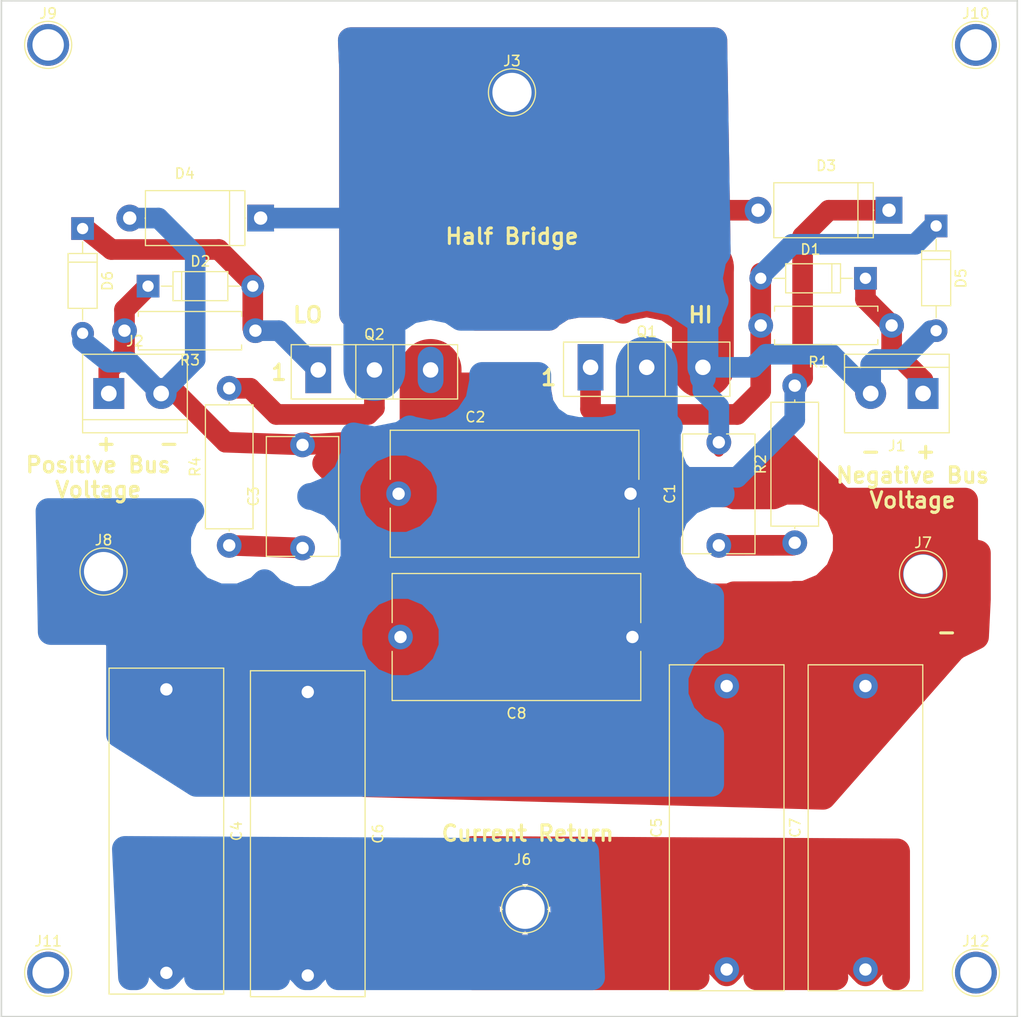
<source format=kicad_pcb>
(kicad_pcb (version 4) (host pcbnew 4.0.7)

  (general
    (links 40)
    (no_connects 0)
    (area 45.390999 45.644999 144.093001 144.347001)
    (thickness 1.6)
    (drawings 18)
    (tracks 116)
    (zones 0)
    (modules 30)
    (nets 11)
  )

  (page A4)
  (layers
    (0 F.Cu signal)
    (31 B.Cu signal)
    (32 B.Adhes user)
    (33 F.Adhes user)
    (34 B.Paste user)
    (35 F.Paste user)
    (36 B.SilkS user)
    (37 F.SilkS user)
    (38 B.Mask user)
    (39 F.Mask user)
    (40 Dwgs.User user)
    (41 Cmts.User user)
    (42 Eco1.User user)
    (43 Eco2.User user)
    (44 Edge.Cuts user)
    (45 Margin user)
    (46 B.CrtYd user)
    (47 F.CrtYd user)
    (48 B.Fab user)
    (49 F.Fab user)
  )

  (setup
    (last_trace_width 2)
    (user_trace_width 1)
    (user_trace_width 2)
    (user_trace_width 3)
    (user_trace_width 4)
    (user_trace_width 5)
    (user_trace_width 6)
    (trace_clearance 0.2)
    (zone_clearance 2.5)
    (zone_45_only yes)
    (trace_min 0.2)
    (segment_width 0.2)
    (edge_width 0.15)
    (via_size 0.6)
    (via_drill 0.4)
    (via_min_size 0.4)
    (via_min_drill 0.3)
    (uvia_size 0.3)
    (uvia_drill 0.1)
    (uvias_allowed no)
    (uvia_min_size 0.2)
    (uvia_min_drill 0.1)
    (pcb_text_width 0.3)
    (pcb_text_size 1.5 1.5)
    (mod_edge_width 0.15)
    (mod_text_size 1 1)
    (mod_text_width 0.15)
    (pad_size 3.9 3.9)
    (pad_drill 3.8)
    (pad_to_mask_clearance 0.2)
    (aux_axis_origin 0 0)
    (visible_elements 7FFFFFFF)
    (pcbplotparams
      (layerselection 0x010f0_80000001)
      (usegerberextensions false)
      (excludeedgelayer true)
      (linewidth 0.100000)
      (plotframeref false)
      (viasonmask false)
      (mode 1)
      (useauxorigin false)
      (hpglpennumber 1)
      (hpglpenspeed 20)
      (hpglpendiameter 15)
      (hpglpenoverlay 2)
      (psnegative false)
      (psa4output false)
      (plotreference true)
      (plotvalue true)
      (plotinvisibletext false)
      (padsonsilk false)
      (subtractmaskfromsilk false)
      (outputformat 1)
      (mirror false)
      (drillshape 0)
      (scaleselection 1)
      (outputdirectory gerber))
  )

  (net 0 "")
  (net 1 "Net-(C1-Pad1)")
  (net 2 "Net-(C1-Pad2)")
  (net 3 VDD)
  (net 4 GND)
  (net 5 "Net-(C3-Pad1)")
  (net 6 "Net-(D1-Pad1)")
  (net 7 "Net-(D1-Pad2)")
  (net 8 "Net-(D2-Pad1)")
  (net 9 "Net-(D2-Pad2)")
  (net 10 "Net-(C4-Pad2)")

  (net_class Default "This is the default net class."
    (clearance 0.2)
    (trace_width 0.25)
    (via_dia 0.6)
    (via_drill 0.4)
    (uvia_dia 0.3)
    (uvia_drill 0.1)
    (add_net GND)
    (add_net "Net-(C1-Pad1)")
    (add_net "Net-(C1-Pad2)")
    (add_net "Net-(C3-Pad1)")
    (add_net "Net-(C4-Pad2)")
    (add_net "Net-(D1-Pad1)")
    (add_net "Net-(D1-Pad2)")
    (add_net "Net-(D2-Pad1)")
    (add_net "Net-(D2-Pad2)")
    (add_net VDD)
  )

  (net_class BusClass ""
    (clearance 0.2)
    (trace_width 1)
    (via_dia 0.6)
    (via_drill 0.4)
    (uvia_dia 0.3)
    (uvia_drill 0.1)
  )

  (module Connectors_Terminal_Blocks:TerminalBlock_bornier-2_P5.08mm (layer F.Cu) (tedit 59FF03AB) (tstamp 5A5C2216)
    (at 134.874 83.82 180)
    (descr "simple 2-pin terminal block, pitch 5.08mm, revamped version of bornier2")
    (tags "terminal block bornier2")
    (path /5A5C294D)
    (fp_text reference J1 (at 2.54 -5.08 180) (layer F.SilkS)
      (effects (font (size 1 1) (thickness 0.15)))
    )
    (fp_text value Screw_Terminal_01x02 (at 2.54 5.08 180) (layer F.Fab)
      (effects (font (size 1 1) (thickness 0.15)))
    )
    (fp_text user %R (at 2.54 0 180) (layer F.Fab)
      (effects (font (size 1 1) (thickness 0.15)))
    )
    (fp_line (start -2.41 2.55) (end 7.49 2.55) (layer F.Fab) (width 0.1))
    (fp_line (start -2.46 -3.75) (end -2.46 3.75) (layer F.Fab) (width 0.1))
    (fp_line (start -2.46 3.75) (end 7.54 3.75) (layer F.Fab) (width 0.1))
    (fp_line (start 7.54 3.75) (end 7.54 -3.75) (layer F.Fab) (width 0.1))
    (fp_line (start 7.54 -3.75) (end -2.46 -3.75) (layer F.Fab) (width 0.1))
    (fp_line (start 7.62 2.54) (end -2.54 2.54) (layer F.SilkS) (width 0.12))
    (fp_line (start 7.62 3.81) (end 7.62 -3.81) (layer F.SilkS) (width 0.12))
    (fp_line (start 7.62 -3.81) (end -2.54 -3.81) (layer F.SilkS) (width 0.12))
    (fp_line (start -2.54 -3.81) (end -2.54 3.81) (layer F.SilkS) (width 0.12))
    (fp_line (start -2.54 3.81) (end 7.62 3.81) (layer F.SilkS) (width 0.12))
    (fp_line (start -2.71 -4) (end 7.79 -4) (layer F.CrtYd) (width 0.05))
    (fp_line (start -2.71 -4) (end -2.71 4) (layer F.CrtYd) (width 0.05))
    (fp_line (start 7.79 4) (end 7.79 -4) (layer F.CrtYd) (width 0.05))
    (fp_line (start 7.79 4) (end -2.71 4) (layer F.CrtYd) (width 0.05))
    (pad 1 thru_hole rect (at 0 0 180) (size 3 3) (drill 1.52) (layers *.Cu *.Mask)
      (net 6 "Net-(D1-Pad1)"))
    (pad 2 thru_hole circle (at 5.08 0 180) (size 3 3) (drill 1.52) (layers *.Cu *.Mask)
      (net 2 "Net-(C1-Pad2)"))
    (model ${KISYS3DMOD}/Terminal_Blocks.3dshapes/TerminalBlock_bornier-2_P5.08mm.wrl
      (at (xyz 0.1 0 0))
      (scale (xyz 1 1 1))
      (rotate (xyz 0 0 0))
    )
  )

  (module Capacitors_THT:C_Rect_L11.5mm_W6.9mm_P10.00mm_MKT (layer F.Cu) (tedit 5A5CC86E) (tstamp 5A5C2134)
    (at 115.062 98.552 90)
    (descr "C, Rect series, Radial, pin pitch=10.00mm, , length*width=11.5*6.9mm^2, Capacitor, https://en.tdk.eu/inf/20/20/db/fc_2009/MKT_B32560_564.pdf")
    (tags "C Rect series Radial pin pitch 10.00mm  length 11.5mm width 6.9mm Capacitor")
    (path /5A5C193C)
    (fp_text reference C1 (at 5 -4.76 90) (layer F.SilkS)
      (effects (font (size 1 1) (thickness 0.15)))
    )
    (fp_text value "3 nF" (at 5 4.76 90) (layer F.Fab)
      (effects (font (size 1 1) (thickness 0.15)))
    )
    (fp_line (start -0.75 -3.45) (end -0.75 3.45) (layer F.Fab) (width 0.1))
    (fp_line (start -0.75 3.45) (end 10.75 3.45) (layer F.Fab) (width 0.1))
    (fp_line (start 10.75 3.45) (end 10.75 -3.45) (layer F.Fab) (width 0.1))
    (fp_line (start 10.75 -3.45) (end -0.75 -3.45) (layer F.Fab) (width 0.1))
    (fp_line (start -0.81 -3.51) (end 10.81 -3.51) (layer F.SilkS) (width 0.12))
    (fp_line (start -0.81 3.51) (end 10.81 3.51) (layer F.SilkS) (width 0.12))
    (fp_line (start -0.81 -3.51) (end -0.81 -0.75) (layer F.SilkS) (width 0.12))
    (fp_line (start -0.81 0.75) (end -0.81 3.51) (layer F.SilkS) (width 0.12))
    (fp_line (start 10.81 -3.51) (end 10.81 -0.75) (layer F.SilkS) (width 0.12))
    (fp_line (start 10.81 0.75) (end 10.81 3.51) (layer F.SilkS) (width 0.12))
    (fp_line (start -1.1 -3.8) (end -1.1 3.8) (layer F.CrtYd) (width 0.05))
    (fp_line (start -1.1 3.8) (end 11.1 3.8) (layer F.CrtYd) (width 0.05))
    (fp_line (start 11.1 3.8) (end 11.1 -3.8) (layer F.CrtYd) (width 0.05))
    (fp_line (start 11.1 -3.8) (end -1.1 -3.8) (layer F.CrtYd) (width 0.05))
    (fp_text user %R (at 5 0 90) (layer F.Fab)
      (effects (font (size 1 1) (thickness 0.15)))
    )
    (pad 1 thru_hole circle (at 0 0 90) (size 2.4 2.4) (drill 1.2) (layers *.Cu *.Mask)
      (net 1 "Net-(C1-Pad1)"))
    (pad 2 thru_hole circle (at 10 0 90) (size 2.4 2.4) (drill 1.2) (layers *.Cu *.Mask)
      (net 2 "Net-(C1-Pad2)"))
    (model ${KISYS3DMOD}/Capacitors_THT.3dshapes/C_Rect_L11.5mm_W6.9mm_P10.00mm_MKT.wrl
      (at (xyz 0 0 0))
      (scale (xyz 1 1 1))
      (rotate (xyz 0 0 0))
    )
  )

  (module Capacitors_THT:C_Rect_L24.0mm_W12.2mm_P22.50mm_MKT (layer F.Cu) (tedit 5A5EB729) (tstamp 5A5C2149)
    (at 106.496 93.544 180)
    (descr "C, Rect series, Radial, pin pitch=22.50mm, , length*width=24*12.2mm^2, Capacitor, https://en.tdk.eu/inf/20/20/db/fc_2009/MKT_B32560_564.pdf")
    (tags "C Rect series Radial pin pitch 22.50mm  length 24mm width 12.2mm Capacitor")
    (path /5A5C2270)
    (fp_text reference C2 (at 15.056 7.438 180) (layer F.SilkS)
      (effects (font (size 1 1) (thickness 0.15)))
    )
    (fp_text value "1 uF" (at 11.25 7.41 180) (layer F.Fab)
      (effects (font (size 1 1) (thickness 0.15)))
    )
    (fp_line (start -0.75 -6.1) (end -0.75 6.1) (layer F.Fab) (width 0.1))
    (fp_line (start -0.75 6.1) (end 23.25 6.1) (layer F.Fab) (width 0.1))
    (fp_line (start 23.25 6.1) (end 23.25 -6.1) (layer F.Fab) (width 0.1))
    (fp_line (start 23.25 -6.1) (end -0.75 -6.1) (layer F.Fab) (width 0.1))
    (fp_line (start -0.81 -6.16) (end 23.31 -6.16) (layer F.SilkS) (width 0.12))
    (fp_line (start -0.81 6.16) (end 23.31 6.16) (layer F.SilkS) (width 0.12))
    (fp_line (start -0.81 -6.16) (end -0.81 -1.395) (layer F.SilkS) (width 0.12))
    (fp_line (start -0.81 1.395) (end -0.81 6.16) (layer F.SilkS) (width 0.12))
    (fp_line (start 23.31 -6.16) (end 23.31 -1.395) (layer F.SilkS) (width 0.12))
    (fp_line (start 23.31 1.395) (end 23.31 6.16) (layer F.SilkS) (width 0.12))
    (fp_line (start -1.45 -6.45) (end -1.45 6.45) (layer F.CrtYd) (width 0.05))
    (fp_line (start -1.45 6.45) (end 23.95 6.45) (layer F.CrtYd) (width 0.05))
    (fp_line (start 23.95 6.45) (end 23.95 -6.45) (layer F.CrtYd) (width 0.05))
    (fp_line (start 23.95 -6.45) (end -1.45 -6.45) (layer F.CrtYd) (width 0.05))
    (fp_text user %R (at 11.25 0 180) (layer F.Fab)
      (effects (font (size 1 1) (thickness 0.15)))
    )
    (pad 1 thru_hole circle (at 0 0 180) (size 2.4 2.4) (drill 1.2) (layers *.Cu *.Mask)
      (net 3 VDD))
    (pad 2 thru_hole circle (at 22.5 0 180) (size 2.4 2.4) (drill 1.2) (layers *.Cu *.Mask)
      (net 4 GND))
    (model ${KISYS3DMOD}/Capacitors_THT.3dshapes/C_Rect_L24.0mm_W12.2mm_P22.50mm_MKT.wrl
      (at (xyz 0 0 0))
      (scale (xyz 1 1 1))
      (rotate (xyz 0 0 0))
    )
  )

  (module Capacitors_THT:C_Rect_L11.5mm_W6.9mm_P10.00mm_MKT (layer F.Cu) (tedit 5A5CC822) (tstamp 5A5C215E)
    (at 74.676 98.806 90)
    (descr "C, Rect series, Radial, pin pitch=10.00mm, , length*width=11.5*6.9mm^2, Capacitor, https://en.tdk.eu/inf/20/20/db/fc_2009/MKT_B32560_564.pdf")
    (tags "C Rect series Radial pin pitch 10.00mm  length 11.5mm width 6.9mm Capacitor")
    (path /5A5C217F)
    (fp_text reference C3 (at 5 -4.76 90) (layer F.SilkS)
      (effects (font (size 1 1) (thickness 0.15)))
    )
    (fp_text value "3 nF" (at 5 4.76 90) (layer F.Fab)
      (effects (font (size 1 1) (thickness 0.15)))
    )
    (fp_line (start -0.75 -3.45) (end -0.75 3.45) (layer F.Fab) (width 0.1))
    (fp_line (start -0.75 3.45) (end 10.75 3.45) (layer F.Fab) (width 0.1))
    (fp_line (start 10.75 3.45) (end 10.75 -3.45) (layer F.Fab) (width 0.1))
    (fp_line (start 10.75 -3.45) (end -0.75 -3.45) (layer F.Fab) (width 0.1))
    (fp_line (start -0.81 -3.51) (end 10.81 -3.51) (layer F.SilkS) (width 0.12))
    (fp_line (start -0.81 3.51) (end 10.81 3.51) (layer F.SilkS) (width 0.12))
    (fp_line (start -0.81 -3.51) (end -0.81 -0.75) (layer F.SilkS) (width 0.12))
    (fp_line (start -0.81 0.75) (end -0.81 3.51) (layer F.SilkS) (width 0.12))
    (fp_line (start 10.81 -3.51) (end 10.81 -0.75) (layer F.SilkS) (width 0.12))
    (fp_line (start 10.81 0.75) (end 10.81 3.51) (layer F.SilkS) (width 0.12))
    (fp_line (start -1.1 -3.8) (end -1.1 3.8) (layer F.CrtYd) (width 0.05))
    (fp_line (start -1.1 3.8) (end 11.1 3.8) (layer F.CrtYd) (width 0.05))
    (fp_line (start 11.1 3.8) (end 11.1 -3.8) (layer F.CrtYd) (width 0.05))
    (fp_line (start 11.1 -3.8) (end -1.1 -3.8) (layer F.CrtYd) (width 0.05))
    (fp_text user %R (at 5 0 90) (layer F.Fab)
      (effects (font (size 1 1) (thickness 0.15)))
    )
    (pad 1 thru_hole circle (at 0 0 90) (size 2.4 2.4) (drill 1.2) (layers *.Cu *.Mask)
      (net 5 "Net-(C3-Pad1)"))
    (pad 2 thru_hole circle (at 10 0 90) (size 2.4 2.4) (drill 1.2) (layers *.Cu *.Mask)
      (net 4 GND))
    (model ${KISYS3DMOD}/Capacitors_THT.3dshapes/C_Rect_L11.5mm_W6.9mm_P10.00mm_MKT.wrl
      (at (xyz 0 0 0))
      (scale (xyz 1 1 1))
      (rotate (xyz 0 0 0))
    )
  )

  (module Connectors_Terminal_Blocks:TerminalBlock_bornier-2_P5.08mm (layer F.Cu) (tedit 59FF03AB) (tstamp 5A5C222B)
    (at 55.88 83.82)
    (descr "simple 2-pin terminal block, pitch 5.08mm, revamped version of bornier2")
    (tags "terminal block bornier2")
    (path /5A5C3006)
    (fp_text reference J2 (at 2.54 -5.08) (layer F.SilkS)
      (effects (font (size 1 1) (thickness 0.15)))
    )
    (fp_text value Screw_Terminal_01x02 (at 2.54 5.08) (layer F.Fab)
      (effects (font (size 1 1) (thickness 0.15)))
    )
    (fp_text user %R (at 2.54 0) (layer F.Fab)
      (effects (font (size 1 1) (thickness 0.15)))
    )
    (fp_line (start -2.41 2.55) (end 7.49 2.55) (layer F.Fab) (width 0.1))
    (fp_line (start -2.46 -3.75) (end -2.46 3.75) (layer F.Fab) (width 0.1))
    (fp_line (start -2.46 3.75) (end 7.54 3.75) (layer F.Fab) (width 0.1))
    (fp_line (start 7.54 3.75) (end 7.54 -3.75) (layer F.Fab) (width 0.1))
    (fp_line (start 7.54 -3.75) (end -2.46 -3.75) (layer F.Fab) (width 0.1))
    (fp_line (start 7.62 2.54) (end -2.54 2.54) (layer F.SilkS) (width 0.12))
    (fp_line (start 7.62 3.81) (end 7.62 -3.81) (layer F.SilkS) (width 0.12))
    (fp_line (start 7.62 -3.81) (end -2.54 -3.81) (layer F.SilkS) (width 0.12))
    (fp_line (start -2.54 -3.81) (end -2.54 3.81) (layer F.SilkS) (width 0.12))
    (fp_line (start -2.54 3.81) (end 7.62 3.81) (layer F.SilkS) (width 0.12))
    (fp_line (start -2.71 -4) (end 7.79 -4) (layer F.CrtYd) (width 0.05))
    (fp_line (start -2.71 -4) (end -2.71 4) (layer F.CrtYd) (width 0.05))
    (fp_line (start 7.79 4) (end 7.79 -4) (layer F.CrtYd) (width 0.05))
    (fp_line (start 7.79 4) (end -2.71 4) (layer F.CrtYd) (width 0.05))
    (pad 1 thru_hole rect (at 0 0) (size 3 3) (drill 1.52) (layers *.Cu *.Mask)
      (net 8 "Net-(D2-Pad1)"))
    (pad 2 thru_hole circle (at 5.08 0) (size 3 3) (drill 1.52) (layers *.Cu *.Mask)
      (net 4 GND))
    (model ${KISYS3DMOD}/Terminal_Blocks.3dshapes/TerminalBlock_bornier-2_P5.08mm.wrl
      (at (xyz 0.1 0 0))
      (scale (xyz 1 1 1))
      (rotate (xyz 0 0 0))
    )
  )

  (module Connectors:1pin (layer F.Cu) (tedit 5A7FECE8) (tstamp 5A5C2233)
    (at 94.996 54.61)
    (descr "module 1 pin (ou trou mecanique de percage)")
    (tags DEV)
    (path /5A5C4229)
    (solder_mask_margin 3)
    (fp_text reference J3 (at 0 -3.048) (layer F.SilkS)
      (effects (font (size 1 1) (thickness 0.15)))
    )
    (fp_text value Bridge1 (at 0 3) (layer F.Fab)
      (effects (font (size 1 1) (thickness 0.15)))
    )
    (fp_circle (center 0 0) (end 2 0.8) (layer F.Fab) (width 0.1))
    (fp_circle (center 0 0) (end 2.6 0) (layer F.CrtYd) (width 0.05))
    (fp_circle (center 0 0) (end 0 -2.286) (layer F.SilkS) (width 0.12))
    (pad 1 thru_hole circle (at 0 0) (size 3.9 3.9) (drill 3.8) (layers *.Cu *.Mask)
      (net 2 "Net-(C1-Pad2)"))
  )

  (module Connectors:1pin (layer F.Cu) (tedit 5A7FED46) (tstamp 5A5C2265)
    (at 96.266 133.858)
    (descr "module 1 pin (ou trou mecanique de percage)")
    (tags DEV)
    (path /5A5C4383)
    (solder_mask_margin 3)
    (fp_text reference J6 (at -0.254 -4.826) (layer F.SilkS)
      (effects (font (size 1 1) (thickness 0.15)))
    )
    (fp_text value Bridge2 (at 0 3) (layer F.Fab)
      (effects (font (size 1 1) (thickness 0.15)))
    )
    (fp_circle (center 0 0) (end 2 0.8) (layer F.Fab) (width 0.1))
    (fp_circle (center 0 0) (end 2.6 0) (layer F.CrtYd) (width 0.05))
    (fp_circle (center 0 0) (end 0 -2.286) (layer F.SilkS) (width 0.12))
    (pad 1 thru_hole circle (at 0 0) (size 3.9 3.9) (drill 3.8) (layers *.Cu *.Mask)
      (net 10 "Net-(C4-Pad2)"))
  )

  (module Connectors:1pin (layer F.Cu) (tedit 5A7FED0F) (tstamp 5A5C226D)
    (at 134.874 101.346)
    (descr "module 1 pin (ou trou mecanique de percage)")
    (tags DEV)
    (path /5A5C6A17)
    (solder_mask_margin 3)
    (fp_text reference J7 (at 0 -3.048) (layer F.SilkS)
      (effects (font (size 1 1) (thickness 0.15)))
    )
    (fp_text value NegBus (at 0 3) (layer F.Fab)
      (effects (font (size 1 1) (thickness 0.15)))
    )
    (fp_circle (center 0 0) (end 2 0.8) (layer F.Fab) (width 0.1))
    (fp_circle (center 0 0) (end 2.6 0) (layer F.CrtYd) (width 0.05))
    (fp_circle (center 0 0) (end 0 -2.286) (layer F.SilkS) (width 0.12))
    (pad 1 thru_hole circle (at 0 0) (size 3.9 3.9) (drill 3.8) (layers *.Cu *.Mask)
      (net 4 GND))
  )

  (module Connectors:1pin (layer F.Cu) (tedit 5A7FECD7) (tstamp 5A5C2275)
    (at 55.372 101.092)
    (descr "module 1 pin (ou trou mecanique de percage)")
    (tags DEV)
    (path /5A5C6F3B)
    (solder_mask_margin 3)
    (fp_text reference J8 (at 0 -3.048) (layer F.SilkS)
      (effects (font (size 1 1) (thickness 0.15)))
    )
    (fp_text value PosBus (at 0 3) (layer F.Fab)
      (effects (font (size 1 1) (thickness 0.15)))
    )
    (fp_circle (center 0 0) (end 2 0.8) (layer F.Fab) (width 0.1))
    (fp_circle (center 0 0) (end 2.6 0) (layer F.CrtYd) (width 0.05))
    (fp_circle (center 0 0) (end 0 -2.286) (layer F.SilkS) (width 0.12))
    (pad 1 thru_hole circle (at 0 0) (size 3.9 3.9) (drill 3.8) (layers *.Cu *.Mask)
      (net 3 VDD))
  )

  (module TO_SOT_Packages_THT:TO-247_TO-3P_Vertical (layer F.Cu) (tedit 58CE52AE) (tstamp 5A5C228D)
    (at 102.616 81.28)
    (descr "TO-247, Vertical, RM 5.45mm, TO-3P")
    (tags "TO-247 Vertical RM 5.45mm TO-3P")
    (path /5A5C16FE)
    (fp_text reference Q1 (at 5.45 -3.45) (layer F.SilkS)
      (effects (font (size 1 1) (thickness 0.15)))
    )
    (fp_text value Q_NIGBT_GCE (at 5.45 6.07) (layer F.Fab)
      (effects (font (size 1 1) (thickness 0.15)))
    )
    (fp_text user %R (at 5.45 -3.45) (layer F.Fab)
      (effects (font (size 1 1) (thickness 0.15)))
    )
    (fp_line (start -2.5 -2.33) (end -2.5 2.7) (layer F.Fab) (width 0.1))
    (fp_line (start -2.5 2.7) (end 13.4 2.7) (layer F.Fab) (width 0.1))
    (fp_line (start 13.4 2.7) (end 13.4 -2.33) (layer F.Fab) (width 0.1))
    (fp_line (start 13.4 -2.33) (end -2.5 -2.33) (layer F.Fab) (width 0.1))
    (fp_line (start 3.645 -2.33) (end 3.645 2.7) (layer F.Fab) (width 0.1))
    (fp_line (start 7.255 -2.33) (end 7.255 2.7) (layer F.Fab) (width 0.1))
    (fp_line (start -2.62 -2.451) (end 13.52 -2.451) (layer F.SilkS) (width 0.12))
    (fp_line (start -2.62 2.82) (end 13.52 2.82) (layer F.SilkS) (width 0.12))
    (fp_line (start -2.62 -2.451) (end -2.62 2.82) (layer F.SilkS) (width 0.12))
    (fp_line (start 13.52 -2.451) (end 13.52 2.82) (layer F.SilkS) (width 0.12))
    (fp_line (start 3.646 -2.451) (end 3.646 2.82) (layer F.SilkS) (width 0.12))
    (fp_line (start 7.255 -2.451) (end 7.255 2.82) (layer F.SilkS) (width 0.12))
    (fp_line (start -2.75 -2.59) (end -2.75 2.95) (layer F.CrtYd) (width 0.05))
    (fp_line (start -2.75 2.95) (end 13.65 2.95) (layer F.CrtYd) (width 0.05))
    (fp_line (start 13.65 2.95) (end 13.65 -2.59) (layer F.CrtYd) (width 0.05))
    (fp_line (start 13.65 -2.59) (end -2.75 -2.59) (layer F.CrtYd) (width 0.05))
    (pad 1 thru_hole rect (at 0 0) (size 2.5 4.5) (drill 1.5) (layers *.Cu *.Mask)
      (net 7 "Net-(D1-Pad2)"))
    (pad 2 thru_hole oval (at 5.45 0) (size 2.5 4.5) (drill 1.5) (layers *.Cu *.Mask)
      (net 3 VDD))
    (pad 3 thru_hole oval (at 10.9 0) (size 2.5 4.5) (drill 1.5) (layers *.Cu *.Mask)
      (net 2 "Net-(C1-Pad2)"))
    (model ${KISYS3DMOD}/TO_SOT_Packages_THT.3dshapes/TO-247_TO-3P_Vertical.wrl
      (at (xyz 0.212598 0 0))
      (scale (xyz 1 1 1))
      (rotate (xyz 0 0 0))
    )
  )

  (module TO_SOT_Packages_THT:TO-247_TO-3P_Vertical (layer F.Cu) (tedit 58CE52AE) (tstamp 5A5C22A5)
    (at 76.2 81.534)
    (descr "TO-247, Vertical, RM 5.45mm, TO-3P")
    (tags "TO-247 Vertical RM 5.45mm TO-3P")
    (path /5A5C2160)
    (fp_text reference Q2 (at 5.45 -3.45) (layer F.SilkS)
      (effects (font (size 1 1) (thickness 0.15)))
    )
    (fp_text value Q_NIGBT_GCE (at 5.45 6.07) (layer F.Fab)
      (effects (font (size 1 1) (thickness 0.15)))
    )
    (fp_text user %R (at 5.45 -3.45) (layer F.Fab)
      (effects (font (size 1 1) (thickness 0.15)))
    )
    (fp_line (start -2.5 -2.33) (end -2.5 2.7) (layer F.Fab) (width 0.1))
    (fp_line (start -2.5 2.7) (end 13.4 2.7) (layer F.Fab) (width 0.1))
    (fp_line (start 13.4 2.7) (end 13.4 -2.33) (layer F.Fab) (width 0.1))
    (fp_line (start 13.4 -2.33) (end -2.5 -2.33) (layer F.Fab) (width 0.1))
    (fp_line (start 3.645 -2.33) (end 3.645 2.7) (layer F.Fab) (width 0.1))
    (fp_line (start 7.255 -2.33) (end 7.255 2.7) (layer F.Fab) (width 0.1))
    (fp_line (start -2.62 -2.451) (end 13.52 -2.451) (layer F.SilkS) (width 0.12))
    (fp_line (start -2.62 2.82) (end 13.52 2.82) (layer F.SilkS) (width 0.12))
    (fp_line (start -2.62 -2.451) (end -2.62 2.82) (layer F.SilkS) (width 0.12))
    (fp_line (start 13.52 -2.451) (end 13.52 2.82) (layer F.SilkS) (width 0.12))
    (fp_line (start 3.646 -2.451) (end 3.646 2.82) (layer F.SilkS) (width 0.12))
    (fp_line (start 7.255 -2.451) (end 7.255 2.82) (layer F.SilkS) (width 0.12))
    (fp_line (start -2.75 -2.59) (end -2.75 2.95) (layer F.CrtYd) (width 0.05))
    (fp_line (start -2.75 2.95) (end 13.65 2.95) (layer F.CrtYd) (width 0.05))
    (fp_line (start 13.65 2.95) (end 13.65 -2.59) (layer F.CrtYd) (width 0.05))
    (fp_line (start 13.65 -2.59) (end -2.75 -2.59) (layer F.CrtYd) (width 0.05))
    (pad 1 thru_hole rect (at 0 0) (size 2.5 4.5) (drill 1.5) (layers *.Cu *.Mask)
      (net 9 "Net-(D2-Pad2)"))
    (pad 2 thru_hole oval (at 5.45 0) (size 2.5 4.5) (drill 1.5) (layers *.Cu *.Mask)
      (net 2 "Net-(C1-Pad2)"))
    (pad 3 thru_hole oval (at 10.9 0) (size 2.5 4.5) (drill 1.5) (layers *.Cu *.Mask)
      (net 4 GND))
    (model ${KISYS3DMOD}/TO_SOT_Packages_THT.3dshapes/TO-247_TO-3P_Vertical.wrl
      (at (xyz 0.212598 0 0))
      (scale (xyz 1 1 1))
      (rotate (xyz 0 0 0))
    )
  )

  (module Resistors_THT:R_Axial_DIN0414_L11.9mm_D4.5mm_P15.24mm_Horizontal (layer F.Cu) (tedit 5874F706) (tstamp 5A5C2301)
    (at 122.428 98.298 90)
    (descr "Resistor, Axial_DIN0414 series, Axial, Horizontal, pin pitch=15.24mm, 2W, length*diameter=11.9*4.5mm^2, http://www.vishay.com/docs/20128/wkxwrx.pdf")
    (tags "Resistor Axial_DIN0414 series Axial Horizontal pin pitch 15.24mm 2W length 11.9mm diameter 4.5mm")
    (path /5A5C18B0)
    (fp_text reference R2 (at 7.62 -3.31 90) (layer F.SilkS)
      (effects (font (size 1 1) (thickness 0.15)))
    )
    (fp_text value 3 (at 7.62 3.31 90) (layer F.Fab)
      (effects (font (size 1 1) (thickness 0.15)))
    )
    (fp_line (start 1.67 -2.25) (end 1.67 2.25) (layer F.Fab) (width 0.1))
    (fp_line (start 1.67 2.25) (end 13.57 2.25) (layer F.Fab) (width 0.1))
    (fp_line (start 13.57 2.25) (end 13.57 -2.25) (layer F.Fab) (width 0.1))
    (fp_line (start 13.57 -2.25) (end 1.67 -2.25) (layer F.Fab) (width 0.1))
    (fp_line (start 0 0) (end 1.67 0) (layer F.Fab) (width 0.1))
    (fp_line (start 15.24 0) (end 13.57 0) (layer F.Fab) (width 0.1))
    (fp_line (start 1.61 -2.31) (end 1.61 2.31) (layer F.SilkS) (width 0.12))
    (fp_line (start 1.61 2.31) (end 13.63 2.31) (layer F.SilkS) (width 0.12))
    (fp_line (start 13.63 2.31) (end 13.63 -2.31) (layer F.SilkS) (width 0.12))
    (fp_line (start 13.63 -2.31) (end 1.61 -2.31) (layer F.SilkS) (width 0.12))
    (fp_line (start 1.38 0) (end 1.61 0) (layer F.SilkS) (width 0.12))
    (fp_line (start 13.86 0) (end 13.63 0) (layer F.SilkS) (width 0.12))
    (fp_line (start -1.45 -2.6) (end -1.45 2.6) (layer F.CrtYd) (width 0.05))
    (fp_line (start -1.45 2.6) (end 16.7 2.6) (layer F.CrtYd) (width 0.05))
    (fp_line (start 16.7 2.6) (end 16.7 -2.6) (layer F.CrtYd) (width 0.05))
    (fp_line (start 16.7 -2.6) (end -1.45 -2.6) (layer F.CrtYd) (width 0.05))
    (pad 1 thru_hole circle (at 0 0 90) (size 2.4 2.4) (drill 1.2) (layers *.Cu *.Mask)
      (net 1 "Net-(C1-Pad1)"))
    (pad 2 thru_hole oval (at 15.24 0 90) (size 2.4 2.4) (drill 1.2) (layers *.Cu *.Mask)
      (net 3 VDD))
    (model ${KISYS3DMOD}/Resistors_THT.3dshapes/R_Axial_DIN0414_L11.9mm_D4.5mm_P15.24mm_Horizontal.wrl
      (at (xyz 0 0 0))
      (scale (xyz 0.393701 0.393701 0.393701))
      (rotate (xyz 0 0 0))
    )
  )

  (module Resistors_THT:R_Axial_DIN0414_L11.9mm_D4.5mm_P15.24mm_Horizontal (layer F.Cu) (tedit 5A5CC833) (tstamp 5A5C232D)
    (at 67.564 98.552 90)
    (descr "Resistor, Axial_DIN0414 series, Axial, Horizontal, pin pitch=15.24mm, 2W, length*diameter=11.9*4.5mm^2, http://www.vishay.com/docs/20128/wkxwrx.pdf")
    (tags "Resistor Axial_DIN0414 series Axial Horizontal pin pitch 15.24mm 2W length 11.9mm diameter 4.5mm")
    (path /5A5C2179)
    (fp_text reference R4 (at 7.62 -3.31 90) (layer F.SilkS)
      (effects (font (size 1 1) (thickness 0.15)))
    )
    (fp_text value 3 (at 7.62 3.31 90) (layer F.Fab)
      (effects (font (size 1 1) (thickness 0.15)))
    )
    (fp_line (start 1.67 -2.25) (end 1.67 2.25) (layer F.Fab) (width 0.1))
    (fp_line (start 1.67 2.25) (end 13.57 2.25) (layer F.Fab) (width 0.1))
    (fp_line (start 13.57 2.25) (end 13.57 -2.25) (layer F.Fab) (width 0.1))
    (fp_line (start 13.57 -2.25) (end 1.67 -2.25) (layer F.Fab) (width 0.1))
    (fp_line (start 0 0) (end 1.67 0) (layer F.Fab) (width 0.1))
    (fp_line (start 15.24 0) (end 13.57 0) (layer F.Fab) (width 0.1))
    (fp_line (start 1.61 -2.31) (end 1.61 2.31) (layer F.SilkS) (width 0.12))
    (fp_line (start 1.61 2.31) (end 13.63 2.31) (layer F.SilkS) (width 0.12))
    (fp_line (start 13.63 2.31) (end 13.63 -2.31) (layer F.SilkS) (width 0.12))
    (fp_line (start 13.63 -2.31) (end 1.61 -2.31) (layer F.SilkS) (width 0.12))
    (fp_line (start 1.38 0) (end 1.61 0) (layer F.SilkS) (width 0.12))
    (fp_line (start 13.86 0) (end 13.63 0) (layer F.SilkS) (width 0.12))
    (fp_line (start -1.45 -2.6) (end -1.45 2.6) (layer F.CrtYd) (width 0.05))
    (fp_line (start -1.45 2.6) (end 16.7 2.6) (layer F.CrtYd) (width 0.05))
    (fp_line (start 16.7 2.6) (end 16.7 -2.6) (layer F.CrtYd) (width 0.05))
    (fp_line (start 16.7 -2.6) (end -1.45 -2.6) (layer F.CrtYd) (width 0.05))
    (pad 1 thru_hole circle (at 0 0 90) (size 2.4 2.4) (drill 1.2) (layers *.Cu *.Mask)
      (net 5 "Net-(C3-Pad1)"))
    (pad 2 thru_hole oval (at 15.24 0 90) (size 2.4 2.4) (drill 1.2) (layers *.Cu *.Mask)
      (net 2 "Net-(C1-Pad2)"))
    (model ${KISYS3DMOD}/Resistors_THT.3dshapes/R_Axial_DIN0414_L11.9mm_D4.5mm_P15.24mm_Horizontal.wrl
      (at (xyz 0 0 0))
      (scale (xyz 0.393701 0.393701 0.393701))
      (rotate (xyz 0 0 0))
    )
  )

  (module Connectors:1pin (layer F.Cu) (tedit 5861332C) (tstamp 5A5CA3DE)
    (at 50 50)
    (descr "module 1 pin (ou trou mecanique de percage)")
    (tags DEV)
    (path /5A5D23FE)
    (fp_text reference J9 (at 0 -3.048) (layer F.SilkS)
      (effects (font (size 1 1) (thickness 0.15)))
    )
    (fp_text value Conn_01x01 (at 0 3) (layer F.Fab)
      (effects (font (size 1 1) (thickness 0.15)))
    )
    (fp_circle (center 0 0) (end 2 0.8) (layer F.Fab) (width 0.1))
    (fp_circle (center 0 0) (end 2.6 0) (layer F.CrtYd) (width 0.05))
    (fp_circle (center 0 0) (end 0 -2.286) (layer F.SilkS) (width 0.12))
    (pad 1 thru_hole circle (at 0 0) (size 4.064 4.064) (drill 3.048) (layers *.Cu *.Mask))
  )

  (module Connectors:1pin (layer F.Cu) (tedit 5861332C) (tstamp 5A5CA3E6)
    (at 140 50)
    (descr "module 1 pin (ou trou mecanique de percage)")
    (tags DEV)
    (path /5A5D2784)
    (fp_text reference J10 (at 0 -3.048) (layer F.SilkS)
      (effects (font (size 1 1) (thickness 0.15)))
    )
    (fp_text value Conn_01x01 (at 0 3) (layer F.Fab)
      (effects (font (size 1 1) (thickness 0.15)))
    )
    (fp_circle (center 0 0) (end 2 0.8) (layer F.Fab) (width 0.1))
    (fp_circle (center 0 0) (end 2.6 0) (layer F.CrtYd) (width 0.05))
    (fp_circle (center 0 0) (end 0 -2.286) (layer F.SilkS) (width 0.12))
    (pad 1 thru_hole circle (at 0 0) (size 4.064 4.064) (drill 3.048) (layers *.Cu *.Mask))
  )

  (module Connectors:1pin (layer F.Cu) (tedit 5861332C) (tstamp 5A5CA3EE)
    (at 50 140)
    (descr "module 1 pin (ou trou mecanique de percage)")
    (tags DEV)
    (path /5A5D2704)
    (fp_text reference J11 (at 0 -3.048) (layer F.SilkS)
      (effects (font (size 1 1) (thickness 0.15)))
    )
    (fp_text value Conn_01x01 (at 0 3) (layer F.Fab)
      (effects (font (size 1 1) (thickness 0.15)))
    )
    (fp_circle (center 0 0) (end 2 0.8) (layer F.Fab) (width 0.1))
    (fp_circle (center 0 0) (end 2.6 0) (layer F.CrtYd) (width 0.05))
    (fp_circle (center 0 0) (end 0 -2.286) (layer F.SilkS) (width 0.12))
    (pad 1 thru_hole circle (at 0 0) (size 4.064 4.064) (drill 3.048) (layers *.Cu *.Mask))
  )

  (module Connectors:1pin (layer F.Cu) (tedit 5861332C) (tstamp 5A5CA3F6)
    (at 140 140)
    (descr "module 1 pin (ou trou mecanique de percage)")
    (tags DEV)
    (path /5A5D2809)
    (fp_text reference J12 (at 0 -3.048) (layer F.SilkS)
      (effects (font (size 1 1) (thickness 0.15)))
    )
    (fp_text value Conn_01x01 (at 0 3) (layer F.Fab)
      (effects (font (size 1 1) (thickness 0.15)))
    )
    (fp_circle (center 0 0) (end 2 0.8) (layer F.Fab) (width 0.1))
    (fp_circle (center 0 0) (end 2.6 0) (layer F.CrtYd) (width 0.05))
    (fp_circle (center 0 0) (end 0 -2.286) (layer F.SilkS) (width 0.12))
    (pad 1 thru_hole circle (at 0 0) (size 4.064 4.064) (drill 3.048) (layers *.Cu *.Mask))
  )

  (module Diodes_THT:D_DO-41_SOD81_P10.16mm_Horizontal (layer F.Cu) (tedit 5921392F) (tstamp 5A5CF5C1)
    (at 53.34 67.818 270)
    (descr "D, DO-41_SOD81 series, Axial, Horizontal, pin pitch=10.16mm, , length*diameter=5.2*2.7mm^2, , http://www.diodes.com/_files/packages/DO-41%20(Plastic).pdf")
    (tags "D DO-41_SOD81 series Axial Horizontal pin pitch 10.16mm  length 5.2mm diameter 2.7mm")
    (path /5A5D2D5C)
    (fp_text reference D6 (at 5.08 -2.41 270) (layer F.SilkS)
      (effects (font (size 1 1) (thickness 0.15)))
    )
    (fp_text value D_TVS (at 5.08 2.41 270) (layer F.Fab)
      (effects (font (size 1 1) (thickness 0.15)))
    )
    (fp_text user %R (at 5.08 0 270) (layer F.Fab)
      (effects (font (size 1 1) (thickness 0.15)))
    )
    (fp_line (start 2.48 -1.35) (end 2.48 1.35) (layer F.Fab) (width 0.1))
    (fp_line (start 2.48 1.35) (end 7.68 1.35) (layer F.Fab) (width 0.1))
    (fp_line (start 7.68 1.35) (end 7.68 -1.35) (layer F.Fab) (width 0.1))
    (fp_line (start 7.68 -1.35) (end 2.48 -1.35) (layer F.Fab) (width 0.1))
    (fp_line (start 0 0) (end 2.48 0) (layer F.Fab) (width 0.1))
    (fp_line (start 10.16 0) (end 7.68 0) (layer F.Fab) (width 0.1))
    (fp_line (start 3.26 -1.35) (end 3.26 1.35) (layer F.Fab) (width 0.1))
    (fp_line (start 2.42 -1.41) (end 2.42 1.41) (layer F.SilkS) (width 0.12))
    (fp_line (start 2.42 1.41) (end 7.74 1.41) (layer F.SilkS) (width 0.12))
    (fp_line (start 7.74 1.41) (end 7.74 -1.41) (layer F.SilkS) (width 0.12))
    (fp_line (start 7.74 -1.41) (end 2.42 -1.41) (layer F.SilkS) (width 0.12))
    (fp_line (start 1.28 0) (end 2.42 0) (layer F.SilkS) (width 0.12))
    (fp_line (start 8.88 0) (end 7.74 0) (layer F.SilkS) (width 0.12))
    (fp_line (start 3.26 -1.41) (end 3.26 1.41) (layer F.SilkS) (width 0.12))
    (fp_line (start -1.35 -1.7) (end -1.35 1.7) (layer F.CrtYd) (width 0.05))
    (fp_line (start -1.35 1.7) (end 11.55 1.7) (layer F.CrtYd) (width 0.05))
    (fp_line (start 11.55 1.7) (end 11.55 -1.7) (layer F.CrtYd) (width 0.05))
    (fp_line (start 11.55 -1.7) (end -1.35 -1.7) (layer F.CrtYd) (width 0.05))
    (pad 1 thru_hole rect (at 0 0 270) (size 2.2 2.2) (drill 1.1) (layers *.Cu *.Mask)
      (net 9 "Net-(D2-Pad2)"))
    (pad 2 thru_hole oval (at 10.16 0 270) (size 2.2 2.2) (drill 1.1) (layers *.Cu *.Mask)
      (net 4 GND))
    (model ${KISYS3DMOD}/Diodes_THT.3dshapes/D_DO-41_SOD81_P10.16mm_Horizontal.wrl
      (at (xyz 0 0 0))
      (scale (xyz 0.393701 0.393701 0.393701))
      (rotate (xyz 0 0 0))
    )
  )

  (module Diodes_THT:D_DO-41_SOD81_P10.16mm_Horizontal (layer F.Cu) (tedit 5921392F) (tstamp 5A5CF5A8)
    (at 136.144 67.564 270)
    (descr "D, DO-41_SOD81 series, Axial, Horizontal, pin pitch=10.16mm, , length*diameter=5.2*2.7mm^2, , http://www.diodes.com/_files/packages/DO-41%20(Plastic).pdf")
    (tags "D DO-41_SOD81 series Axial Horizontal pin pitch 10.16mm  length 5.2mm diameter 2.7mm")
    (path /5A5D2A43)
    (fp_text reference D5 (at 5.08 -2.41 270) (layer F.SilkS)
      (effects (font (size 1 1) (thickness 0.15)))
    )
    (fp_text value D_TVS (at 5.08 2.41 270) (layer F.Fab)
      (effects (font (size 1 1) (thickness 0.15)))
    )
    (fp_text user %R (at 5.08 0 270) (layer F.Fab)
      (effects (font (size 1 1) (thickness 0.15)))
    )
    (fp_line (start 2.48 -1.35) (end 2.48 1.35) (layer F.Fab) (width 0.1))
    (fp_line (start 2.48 1.35) (end 7.68 1.35) (layer F.Fab) (width 0.1))
    (fp_line (start 7.68 1.35) (end 7.68 -1.35) (layer F.Fab) (width 0.1))
    (fp_line (start 7.68 -1.35) (end 2.48 -1.35) (layer F.Fab) (width 0.1))
    (fp_line (start 0 0) (end 2.48 0) (layer F.Fab) (width 0.1))
    (fp_line (start 10.16 0) (end 7.68 0) (layer F.Fab) (width 0.1))
    (fp_line (start 3.26 -1.35) (end 3.26 1.35) (layer F.Fab) (width 0.1))
    (fp_line (start 2.42 -1.41) (end 2.42 1.41) (layer F.SilkS) (width 0.12))
    (fp_line (start 2.42 1.41) (end 7.74 1.41) (layer F.SilkS) (width 0.12))
    (fp_line (start 7.74 1.41) (end 7.74 -1.41) (layer F.SilkS) (width 0.12))
    (fp_line (start 7.74 -1.41) (end 2.42 -1.41) (layer F.SilkS) (width 0.12))
    (fp_line (start 1.28 0) (end 2.42 0) (layer F.SilkS) (width 0.12))
    (fp_line (start 8.88 0) (end 7.74 0) (layer F.SilkS) (width 0.12))
    (fp_line (start 3.26 -1.41) (end 3.26 1.41) (layer F.SilkS) (width 0.12))
    (fp_line (start -1.35 -1.7) (end -1.35 1.7) (layer F.CrtYd) (width 0.05))
    (fp_line (start -1.35 1.7) (end 11.55 1.7) (layer F.CrtYd) (width 0.05))
    (fp_line (start 11.55 1.7) (end 11.55 -1.7) (layer F.CrtYd) (width 0.05))
    (fp_line (start 11.55 -1.7) (end -1.35 -1.7) (layer F.CrtYd) (width 0.05))
    (pad 1 thru_hole rect (at 0 0 270) (size 2.2 2.2) (drill 1.1) (layers *.Cu *.Mask)
      (net 7 "Net-(D1-Pad2)"))
    (pad 2 thru_hole oval (at 10.16 0 270) (size 2.2 2.2) (drill 1.1) (layers *.Cu *.Mask)
      (net 2 "Net-(C1-Pad2)"))
    (model ${KISYS3DMOD}/Diodes_THT.3dshapes/D_DO-41_SOD81_P10.16mm_Horizontal.wrl
      (at (xyz 0 0 0))
      (scale (xyz 0.393701 0.393701 0.393701))
      (rotate (xyz 0 0 0))
    )
  )

  (module Capacitors_THT:C_Rect_L24.0mm_W12.2mm_P22.50mm_MKT (layer F.Cu) (tedit 597BC7C2) (tstamp 5A7CE3CC)
    (at 106.68 107.442 180)
    (descr "C, Rect series, Radial, pin pitch=22.50mm, , length*width=24*12.2mm^2, Capacitor, https://en.tdk.eu/inf/20/20/db/fc_2009/MKT_B32560_564.pdf")
    (tags "C Rect series Radial pin pitch 22.50mm  length 24mm width 12.2mm Capacitor")
    (path /5A7CE85E)
    (fp_text reference C8 (at 11.25 -7.41 180) (layer F.SilkS)
      (effects (font (size 1 1) (thickness 0.15)))
    )
    (fp_text value "1 uF" (at 11.25 7.41 180) (layer F.Fab)
      (effects (font (size 1 1) (thickness 0.15)))
    )
    (fp_line (start -0.75 -6.1) (end -0.75 6.1) (layer F.Fab) (width 0.1))
    (fp_line (start -0.75 6.1) (end 23.25 6.1) (layer F.Fab) (width 0.1))
    (fp_line (start 23.25 6.1) (end 23.25 -6.1) (layer F.Fab) (width 0.1))
    (fp_line (start 23.25 -6.1) (end -0.75 -6.1) (layer F.Fab) (width 0.1))
    (fp_line (start -0.81 -6.16) (end 23.31 -6.16) (layer F.SilkS) (width 0.12))
    (fp_line (start -0.81 6.16) (end 23.31 6.16) (layer F.SilkS) (width 0.12))
    (fp_line (start -0.81 -6.16) (end -0.81 -1.395) (layer F.SilkS) (width 0.12))
    (fp_line (start -0.81 1.395) (end -0.81 6.16) (layer F.SilkS) (width 0.12))
    (fp_line (start 23.31 -6.16) (end 23.31 -1.395) (layer F.SilkS) (width 0.12))
    (fp_line (start 23.31 1.395) (end 23.31 6.16) (layer F.SilkS) (width 0.12))
    (fp_line (start -1.45 -6.45) (end -1.45 6.45) (layer F.CrtYd) (width 0.05))
    (fp_line (start -1.45 6.45) (end 23.95 6.45) (layer F.CrtYd) (width 0.05))
    (fp_line (start 23.95 6.45) (end 23.95 -6.45) (layer F.CrtYd) (width 0.05))
    (fp_line (start 23.95 -6.45) (end -1.45 -6.45) (layer F.CrtYd) (width 0.05))
    (fp_text user %R (at 11.25 0 180) (layer F.Fab)
      (effects (font (size 1 1) (thickness 0.15)))
    )
    (pad 1 thru_hole circle (at 0 0 180) (size 2.4 2.4) (drill 1.2) (layers *.Cu *.Mask)
      (net 3 VDD))
    (pad 2 thru_hole circle (at 22.5 0 180) (size 2.4 2.4) (drill 1.2) (layers *.Cu *.Mask)
      (net 4 GND))
    (model ${KISYS3DMOD}/Capacitors_THT.3dshapes/C_Rect_L24.0mm_W12.2mm_P22.50mm_MKT.wrl
      (at (xyz 0 0 0))
      (scale (xyz 1 1 1))
      (rotate (xyz 0 0 0))
    )
  )

  (module Diodes_THT:D_DO-41_SOD81_P10.16mm_Horizontal (layer F.Cu) (tedit 5A810CEC) (tstamp 5A7E51BB)
    (at 129.286 72.644 180)
    (descr "D, DO-41_SOD81 series, Axial, Horizontal, pin pitch=10.16mm, , length*diameter=5.2*2.7mm^2, , http://www.diodes.com/_files/packages/DO-41%20(Plastic).pdf")
    (tags "D DO-41_SOD81 series Axial Horizontal pin pitch 10.16mm  length 5.2mm diameter 2.7mm")
    (path /5A5C1847)
    (fp_text reference D1 (at 5.334 2.794 180) (layer F.SilkS)
      (effects (font (size 1 1) (thickness 0.15)))
    )
    (fp_text value D_Schottky (at 5.08 2.41 180) (layer F.Fab)
      (effects (font (size 1 1) (thickness 0.15)))
    )
    (fp_text user %R (at 5.08 0 180) (layer F.Fab)
      (effects (font (size 1 1) (thickness 0.15)))
    )
    (fp_line (start 2.48 -1.35) (end 2.48 1.35) (layer F.Fab) (width 0.1))
    (fp_line (start 2.48 1.35) (end 7.68 1.35) (layer F.Fab) (width 0.1))
    (fp_line (start 7.68 1.35) (end 7.68 -1.35) (layer F.Fab) (width 0.1))
    (fp_line (start 7.68 -1.35) (end 2.48 -1.35) (layer F.Fab) (width 0.1))
    (fp_line (start 0 0) (end 2.48 0) (layer F.Fab) (width 0.1))
    (fp_line (start 10.16 0) (end 7.68 0) (layer F.Fab) (width 0.1))
    (fp_line (start 3.26 -1.35) (end 3.26 1.35) (layer F.Fab) (width 0.1))
    (fp_line (start 2.42 -1.41) (end 2.42 1.41) (layer F.SilkS) (width 0.12))
    (fp_line (start 2.42 1.41) (end 7.74 1.41) (layer F.SilkS) (width 0.12))
    (fp_line (start 7.74 1.41) (end 7.74 -1.41) (layer F.SilkS) (width 0.12))
    (fp_line (start 7.74 -1.41) (end 2.42 -1.41) (layer F.SilkS) (width 0.12))
    (fp_line (start 1.28 0) (end 2.42 0) (layer F.SilkS) (width 0.12))
    (fp_line (start 8.88 0) (end 7.74 0) (layer F.SilkS) (width 0.12))
    (fp_line (start 3.26 -1.41) (end 3.26 1.41) (layer F.SilkS) (width 0.12))
    (fp_line (start -1.35 -1.7) (end -1.35 1.7) (layer F.CrtYd) (width 0.05))
    (fp_line (start -1.35 1.7) (end 11.55 1.7) (layer F.CrtYd) (width 0.05))
    (fp_line (start 11.55 1.7) (end 11.55 -1.7) (layer F.CrtYd) (width 0.05))
    (fp_line (start 11.55 -1.7) (end -1.35 -1.7) (layer F.CrtYd) (width 0.05))
    (pad 1 thru_hole rect (at 0 0 180) (size 2.2 2.2) (drill 1.1) (layers *.Cu *.Mask)
      (net 6 "Net-(D1-Pad1)"))
    (pad 2 thru_hole oval (at 10.16 0 180) (size 2.2 2.2) (drill 1.1) (layers *.Cu *.Mask)
      (net 7 "Net-(D1-Pad2)"))
    (model ${KISYS3DMOD}/Diodes_THT.3dshapes/D_DO-41_SOD81_P10.16mm_Horizontal.wrl
      (at (xyz 0 0 0))
      (scale (xyz 0.393701 0.393701 0.393701))
      (rotate (xyz 0 0 0))
    )
  )

  (module Diodes_THT:D_DO-41_SOD81_P10.16mm_Horizontal (layer F.Cu) (tedit 5921392F) (tstamp 5A7E51D3)
    (at 59.69 73.406)
    (descr "D, DO-41_SOD81 series, Axial, Horizontal, pin pitch=10.16mm, , length*diameter=5.2*2.7mm^2, , http://www.diodes.com/_files/packages/DO-41%20(Plastic).pdf")
    (tags "D DO-41_SOD81 series Axial Horizontal pin pitch 10.16mm  length 5.2mm diameter 2.7mm")
    (path /5A5C216D)
    (fp_text reference D2 (at 5.08 -2.41) (layer F.SilkS)
      (effects (font (size 1 1) (thickness 0.15)))
    )
    (fp_text value D_Schottky (at 5.08 2.41) (layer F.Fab)
      (effects (font (size 1 1) (thickness 0.15)))
    )
    (fp_text user %R (at 5.08 0) (layer F.Fab)
      (effects (font (size 1 1) (thickness 0.15)))
    )
    (fp_line (start 2.48 -1.35) (end 2.48 1.35) (layer F.Fab) (width 0.1))
    (fp_line (start 2.48 1.35) (end 7.68 1.35) (layer F.Fab) (width 0.1))
    (fp_line (start 7.68 1.35) (end 7.68 -1.35) (layer F.Fab) (width 0.1))
    (fp_line (start 7.68 -1.35) (end 2.48 -1.35) (layer F.Fab) (width 0.1))
    (fp_line (start 0 0) (end 2.48 0) (layer F.Fab) (width 0.1))
    (fp_line (start 10.16 0) (end 7.68 0) (layer F.Fab) (width 0.1))
    (fp_line (start 3.26 -1.35) (end 3.26 1.35) (layer F.Fab) (width 0.1))
    (fp_line (start 2.42 -1.41) (end 2.42 1.41) (layer F.SilkS) (width 0.12))
    (fp_line (start 2.42 1.41) (end 7.74 1.41) (layer F.SilkS) (width 0.12))
    (fp_line (start 7.74 1.41) (end 7.74 -1.41) (layer F.SilkS) (width 0.12))
    (fp_line (start 7.74 -1.41) (end 2.42 -1.41) (layer F.SilkS) (width 0.12))
    (fp_line (start 1.28 0) (end 2.42 0) (layer F.SilkS) (width 0.12))
    (fp_line (start 8.88 0) (end 7.74 0) (layer F.SilkS) (width 0.12))
    (fp_line (start 3.26 -1.41) (end 3.26 1.41) (layer F.SilkS) (width 0.12))
    (fp_line (start -1.35 -1.7) (end -1.35 1.7) (layer F.CrtYd) (width 0.05))
    (fp_line (start -1.35 1.7) (end 11.55 1.7) (layer F.CrtYd) (width 0.05))
    (fp_line (start 11.55 1.7) (end 11.55 -1.7) (layer F.CrtYd) (width 0.05))
    (fp_line (start 11.55 -1.7) (end -1.35 -1.7) (layer F.CrtYd) (width 0.05))
    (pad 1 thru_hole rect (at 0 0) (size 2.2 2.2) (drill 1.1) (layers *.Cu *.Mask)
      (net 8 "Net-(D2-Pad1)"))
    (pad 2 thru_hole oval (at 10.16 0) (size 2.2 2.2) (drill 1.1) (layers *.Cu *.Mask)
      (net 9 "Net-(D2-Pad2)"))
    (model ${KISYS3DMOD}/Diodes_THT.3dshapes/D_DO-41_SOD81_P10.16mm_Horizontal.wrl
      (at (xyz 0 0 0))
      (scale (xyz 0.393701 0.393701 0.393701))
      (rotate (xyz 0 0 0))
    )
  )

  (module Resistors_THT:R_Axial_DIN0411_L9.9mm_D3.6mm_P12.70mm_Horizontal (layer F.Cu) (tedit 5A7E4964) (tstamp 5A7E51EB)
    (at 119.126 77.216)
    (descr "Resistor, Axial_DIN0411 series, Axial, Horizontal, pin pitch=12.7mm, 1W = 1/1W, length*diameter=9.9*3.6mm^2")
    (tags "Resistor Axial_DIN0411 series Axial Horizontal pin pitch 12.7mm 1W = 1/1W length 9.9mm diameter 3.6mm")
    (path /5A5C17C2)
    (fp_text reference R1 (at 5.588 3.556) (layer F.SilkS)
      (effects (font (size 1 1) (thickness 0.15)))
    )
    (fp_text value 10 (at 6.35 2.86) (layer F.Fab)
      (effects (font (size 1 1) (thickness 0.15)))
    )
    (fp_line (start 1.4 -1.8) (end 1.4 1.8) (layer F.Fab) (width 0.1))
    (fp_line (start 1.4 1.8) (end 11.3 1.8) (layer F.Fab) (width 0.1))
    (fp_line (start 11.3 1.8) (end 11.3 -1.8) (layer F.Fab) (width 0.1))
    (fp_line (start 11.3 -1.8) (end 1.4 -1.8) (layer F.Fab) (width 0.1))
    (fp_line (start 0 0) (end 1.4 0) (layer F.Fab) (width 0.1))
    (fp_line (start 12.7 0) (end 11.3 0) (layer F.Fab) (width 0.1))
    (fp_line (start 1.34 -1.38) (end 1.34 -1.86) (layer F.SilkS) (width 0.12))
    (fp_line (start 1.34 -1.86) (end 11.36 -1.86) (layer F.SilkS) (width 0.12))
    (fp_line (start 11.36 -1.86) (end 11.36 -1.38) (layer F.SilkS) (width 0.12))
    (fp_line (start 1.34 1.38) (end 1.34 1.86) (layer F.SilkS) (width 0.12))
    (fp_line (start 1.34 1.86) (end 11.36 1.86) (layer F.SilkS) (width 0.12))
    (fp_line (start 11.36 1.86) (end 11.36 1.38) (layer F.SilkS) (width 0.12))
    (fp_line (start -1.45 -2.15) (end -1.45 2.15) (layer F.CrtYd) (width 0.05))
    (fp_line (start -1.45 2.15) (end 14.15 2.15) (layer F.CrtYd) (width 0.05))
    (fp_line (start 14.15 2.15) (end 14.15 -2.15) (layer F.CrtYd) (width 0.05))
    (fp_line (start 14.15 -2.15) (end -1.45 -2.15) (layer F.CrtYd) (width 0.05))
    (pad 1 thru_hole circle (at 0 0) (size 2.4 2.4) (drill 1.2) (layers *.Cu *.Mask)
      (net 7 "Net-(D1-Pad2)"))
    (pad 2 thru_hole oval (at 12.7 0) (size 2.4 2.4) (drill 1.2) (layers *.Cu *.Mask)
      (net 6 "Net-(D1-Pad1)"))
    (model ${KISYS3DMOD}/Resistors_THT.3dshapes/R_Axial_DIN0411_L9.9mm_D3.6mm_P12.70mm_Horizontal.wrl
      (at (xyz 0 0 0))
      (scale (xyz 0.393701 0.393701 0.393701))
      (rotate (xyz 0 0 0))
    )
  )

  (module Resistors_THT:R_Axial_DIN0411_L9.9mm_D3.6mm_P12.70mm_Horizontal (layer F.Cu) (tedit 5874F706) (tstamp 5A7E5200)
    (at 70.104 77.724 180)
    (descr "Resistor, Axial_DIN0411 series, Axial, Horizontal, pin pitch=12.7mm, 1W = 1/1W, length*diameter=9.9*3.6mm^2")
    (tags "Resistor Axial_DIN0411 series Axial Horizontal pin pitch 12.7mm 1W = 1/1W length 9.9mm diameter 3.6mm")
    (path /5A5C2166)
    (fp_text reference R3 (at 6.35 -2.86 180) (layer F.SilkS)
      (effects (font (size 1 1) (thickness 0.15)))
    )
    (fp_text value 10 (at 6.35 2.86 180) (layer F.Fab)
      (effects (font (size 1 1) (thickness 0.15)))
    )
    (fp_line (start 1.4 -1.8) (end 1.4 1.8) (layer F.Fab) (width 0.1))
    (fp_line (start 1.4 1.8) (end 11.3 1.8) (layer F.Fab) (width 0.1))
    (fp_line (start 11.3 1.8) (end 11.3 -1.8) (layer F.Fab) (width 0.1))
    (fp_line (start 11.3 -1.8) (end 1.4 -1.8) (layer F.Fab) (width 0.1))
    (fp_line (start 0 0) (end 1.4 0) (layer F.Fab) (width 0.1))
    (fp_line (start 12.7 0) (end 11.3 0) (layer F.Fab) (width 0.1))
    (fp_line (start 1.34 -1.38) (end 1.34 -1.86) (layer F.SilkS) (width 0.12))
    (fp_line (start 1.34 -1.86) (end 11.36 -1.86) (layer F.SilkS) (width 0.12))
    (fp_line (start 11.36 -1.86) (end 11.36 -1.38) (layer F.SilkS) (width 0.12))
    (fp_line (start 1.34 1.38) (end 1.34 1.86) (layer F.SilkS) (width 0.12))
    (fp_line (start 1.34 1.86) (end 11.36 1.86) (layer F.SilkS) (width 0.12))
    (fp_line (start 11.36 1.86) (end 11.36 1.38) (layer F.SilkS) (width 0.12))
    (fp_line (start -1.45 -2.15) (end -1.45 2.15) (layer F.CrtYd) (width 0.05))
    (fp_line (start -1.45 2.15) (end 14.15 2.15) (layer F.CrtYd) (width 0.05))
    (fp_line (start 14.15 2.15) (end 14.15 -2.15) (layer F.CrtYd) (width 0.05))
    (fp_line (start 14.15 -2.15) (end -1.45 -2.15) (layer F.CrtYd) (width 0.05))
    (pad 1 thru_hole circle (at 0 0 180) (size 2.4 2.4) (drill 1.2) (layers *.Cu *.Mask)
      (net 9 "Net-(D2-Pad2)"))
    (pad 2 thru_hole oval (at 12.7 0 180) (size 2.4 2.4) (drill 1.2) (layers *.Cu *.Mask)
      (net 8 "Net-(D2-Pad1)"))
    (model ${KISYS3DMOD}/Resistors_THT.3dshapes/R_Axial_DIN0411_L9.9mm_D3.6mm_P12.70mm_Horizontal.wrl
      (at (xyz 0 0 0))
      (scale (xyz 0.393701 0.393701 0.393701))
      (rotate (xyz 0 0 0))
    )
  )

  (module Capacitors_THT:C_Rect_L31.5mm_W11.0mm_P27.50mm_MKS4 (layer F.Cu) (tedit 597BC7C2) (tstamp 5A7F3428)
    (at 61.468 112.522 270)
    (descr "C, Rect series, Radial, pin pitch=27.50mm, , length*width=31.5*11mm^2, Capacitor, http://www.wima.com/EN/WIMA_MKS_4.pdf")
    (tags "C Rect series Radial pin pitch 27.50mm  length 31.5mm width 11mm Capacitor")
    (path /5A6157B9)
    (fp_text reference C4 (at 13.75 -6.81 270) (layer F.SilkS)
      (effects (font (size 1 1) (thickness 0.15)))
    )
    (fp_text value "2.2 uF" (at 13.75 6.81 270) (layer F.Fab)
      (effects (font (size 1 1) (thickness 0.15)))
    )
    (fp_line (start -2 -5.5) (end -2 5.5) (layer F.Fab) (width 0.1))
    (fp_line (start -2 5.5) (end 29.5 5.5) (layer F.Fab) (width 0.1))
    (fp_line (start 29.5 5.5) (end 29.5 -5.5) (layer F.Fab) (width 0.1))
    (fp_line (start 29.5 -5.5) (end -2 -5.5) (layer F.Fab) (width 0.1))
    (fp_line (start -2.06 -5.56) (end 29.56 -5.56) (layer F.SilkS) (width 0.12))
    (fp_line (start -2.06 5.56) (end 29.56 5.56) (layer F.SilkS) (width 0.12))
    (fp_line (start -2.06 -5.56) (end -2.06 5.56) (layer F.SilkS) (width 0.12))
    (fp_line (start 29.56 -5.56) (end 29.56 5.56) (layer F.SilkS) (width 0.12))
    (fp_line (start -2.35 -5.85) (end -2.35 5.85) (layer F.CrtYd) (width 0.05))
    (fp_line (start -2.35 5.85) (end 29.85 5.85) (layer F.CrtYd) (width 0.05))
    (fp_line (start 29.85 5.85) (end 29.85 -5.85) (layer F.CrtYd) (width 0.05))
    (fp_line (start 29.85 -5.85) (end -2.35 -5.85) (layer F.CrtYd) (width 0.05))
    (fp_text user %R (at 13.75 0 270) (layer F.Fab)
      (effects (font (size 1 1) (thickness 0.15)))
    )
    (pad 1 thru_hole circle (at 0 0 270) (size 2.4 2.4) (drill 1.2) (layers *.Cu *.Mask)
      (net 3 VDD))
    (pad 2 thru_hole circle (at 27.5 0 270) (size 2.4 2.4) (drill 1.2) (layers *.Cu *.Mask)
      (net 10 "Net-(C4-Pad2)"))
    (model ${KISYS3DMOD}/Capacitors_THT.3dshapes/C_Rect_L31.5mm_W11.0mm_P27.50mm_MKS4.wrl
      (at (xyz 0 0 0))
      (scale (xyz 1 1 1))
      (rotate (xyz 0 0 0))
    )
  )

  (module Capacitors_THT:C_Rect_L31.5mm_W11.0mm_P27.50mm_MKS4 (layer F.Cu) (tedit 597BC7C2) (tstamp 5A7F343A)
    (at 115.824 139.7 90)
    (descr "C, Rect series, Radial, pin pitch=27.50mm, , length*width=31.5*11mm^2, Capacitor, http://www.wima.com/EN/WIMA_MKS_4.pdf")
    (tags "C Rect series Radial pin pitch 27.50mm  length 31.5mm width 11mm Capacitor")
    (path /5A615A86)
    (fp_text reference C5 (at 13.75 -6.81 90) (layer F.SilkS)
      (effects (font (size 1 1) (thickness 0.15)))
    )
    (fp_text value "2.2 uF" (at 13.75 6.81 90) (layer F.Fab)
      (effects (font (size 1 1) (thickness 0.15)))
    )
    (fp_line (start -2 -5.5) (end -2 5.5) (layer F.Fab) (width 0.1))
    (fp_line (start -2 5.5) (end 29.5 5.5) (layer F.Fab) (width 0.1))
    (fp_line (start 29.5 5.5) (end 29.5 -5.5) (layer F.Fab) (width 0.1))
    (fp_line (start 29.5 -5.5) (end -2 -5.5) (layer F.Fab) (width 0.1))
    (fp_line (start -2.06 -5.56) (end 29.56 -5.56) (layer F.SilkS) (width 0.12))
    (fp_line (start -2.06 5.56) (end 29.56 5.56) (layer F.SilkS) (width 0.12))
    (fp_line (start -2.06 -5.56) (end -2.06 5.56) (layer F.SilkS) (width 0.12))
    (fp_line (start 29.56 -5.56) (end 29.56 5.56) (layer F.SilkS) (width 0.12))
    (fp_line (start -2.35 -5.85) (end -2.35 5.85) (layer F.CrtYd) (width 0.05))
    (fp_line (start -2.35 5.85) (end 29.85 5.85) (layer F.CrtYd) (width 0.05))
    (fp_line (start 29.85 5.85) (end 29.85 -5.85) (layer F.CrtYd) (width 0.05))
    (fp_line (start 29.85 -5.85) (end -2.35 -5.85) (layer F.CrtYd) (width 0.05))
    (fp_text user %R (at 13.75 0 90) (layer F.Fab)
      (effects (font (size 1 1) (thickness 0.15)))
    )
    (pad 1 thru_hole circle (at 0 0 90) (size 2.4 2.4) (drill 1.2) (layers *.Cu *.Mask)
      (net 10 "Net-(C4-Pad2)"))
    (pad 2 thru_hole circle (at 27.5 0 90) (size 2.4 2.4) (drill 1.2) (layers *.Cu *.Mask)
      (net 4 GND))
    (model ${KISYS3DMOD}/Capacitors_THT.3dshapes/C_Rect_L31.5mm_W11.0mm_P27.50mm_MKS4.wrl
      (at (xyz 0 0 0))
      (scale (xyz 1 1 1))
      (rotate (xyz 0 0 0))
    )
  )

  (module Capacitors_THT:C_Rect_L31.5mm_W11.0mm_P27.50mm_MKS4 (layer F.Cu) (tedit 597BC7C2) (tstamp 5A7F344C)
    (at 75.184 112.776 270)
    (descr "C, Rect series, Radial, pin pitch=27.50mm, , length*width=31.5*11mm^2, Capacitor, http://www.wima.com/EN/WIMA_MKS_4.pdf")
    (tags "C Rect series Radial pin pitch 27.50mm  length 31.5mm width 11mm Capacitor")
    (path /5A6159BD)
    (fp_text reference C6 (at 13.75 -6.81 270) (layer F.SilkS)
      (effects (font (size 1 1) (thickness 0.15)))
    )
    (fp_text value "2.2 uF" (at 13.75 6.81 270) (layer F.Fab)
      (effects (font (size 1 1) (thickness 0.15)))
    )
    (fp_line (start -2 -5.5) (end -2 5.5) (layer F.Fab) (width 0.1))
    (fp_line (start -2 5.5) (end 29.5 5.5) (layer F.Fab) (width 0.1))
    (fp_line (start 29.5 5.5) (end 29.5 -5.5) (layer F.Fab) (width 0.1))
    (fp_line (start 29.5 -5.5) (end -2 -5.5) (layer F.Fab) (width 0.1))
    (fp_line (start -2.06 -5.56) (end 29.56 -5.56) (layer F.SilkS) (width 0.12))
    (fp_line (start -2.06 5.56) (end 29.56 5.56) (layer F.SilkS) (width 0.12))
    (fp_line (start -2.06 -5.56) (end -2.06 5.56) (layer F.SilkS) (width 0.12))
    (fp_line (start 29.56 -5.56) (end 29.56 5.56) (layer F.SilkS) (width 0.12))
    (fp_line (start -2.35 -5.85) (end -2.35 5.85) (layer F.CrtYd) (width 0.05))
    (fp_line (start -2.35 5.85) (end 29.85 5.85) (layer F.CrtYd) (width 0.05))
    (fp_line (start 29.85 5.85) (end 29.85 -5.85) (layer F.CrtYd) (width 0.05))
    (fp_line (start 29.85 -5.85) (end -2.35 -5.85) (layer F.CrtYd) (width 0.05))
    (fp_text user %R (at 13.75 0 270) (layer F.Fab)
      (effects (font (size 1 1) (thickness 0.15)))
    )
    (pad 1 thru_hole circle (at 0 0 270) (size 2.4 2.4) (drill 1.2) (layers *.Cu *.Mask)
      (net 3 VDD))
    (pad 2 thru_hole circle (at 27.5 0 270) (size 2.4 2.4) (drill 1.2) (layers *.Cu *.Mask)
      (net 10 "Net-(C4-Pad2)"))
    (model ${KISYS3DMOD}/Capacitors_THT.3dshapes/C_Rect_L31.5mm_W11.0mm_P27.50mm_MKS4.wrl
      (at (xyz 0 0 0))
      (scale (xyz 1 1 1))
      (rotate (xyz 0 0 0))
    )
  )

  (module Capacitors_THT:C_Rect_L31.5mm_W11.0mm_P27.50mm_MKS4 (layer F.Cu) (tedit 597BC7C2) (tstamp 5A7F345E)
    (at 129.286 139.7 90)
    (descr "C, Rect series, Radial, pin pitch=27.50mm, , length*width=31.5*11mm^2, Capacitor, http://www.wima.com/EN/WIMA_MKS_4.pdf")
    (tags "C Rect series Radial pin pitch 27.50mm  length 31.5mm width 11mm Capacitor")
    (path /5A615B05)
    (fp_text reference C7 (at 13.75 -6.81 90) (layer F.SilkS)
      (effects (font (size 1 1) (thickness 0.15)))
    )
    (fp_text value "2.2 uF" (at 13.75 6.81 90) (layer F.Fab)
      (effects (font (size 1 1) (thickness 0.15)))
    )
    (fp_line (start -2 -5.5) (end -2 5.5) (layer F.Fab) (width 0.1))
    (fp_line (start -2 5.5) (end 29.5 5.5) (layer F.Fab) (width 0.1))
    (fp_line (start 29.5 5.5) (end 29.5 -5.5) (layer F.Fab) (width 0.1))
    (fp_line (start 29.5 -5.5) (end -2 -5.5) (layer F.Fab) (width 0.1))
    (fp_line (start -2.06 -5.56) (end 29.56 -5.56) (layer F.SilkS) (width 0.12))
    (fp_line (start -2.06 5.56) (end 29.56 5.56) (layer F.SilkS) (width 0.12))
    (fp_line (start -2.06 -5.56) (end -2.06 5.56) (layer F.SilkS) (width 0.12))
    (fp_line (start 29.56 -5.56) (end 29.56 5.56) (layer F.SilkS) (width 0.12))
    (fp_line (start -2.35 -5.85) (end -2.35 5.85) (layer F.CrtYd) (width 0.05))
    (fp_line (start -2.35 5.85) (end 29.85 5.85) (layer F.CrtYd) (width 0.05))
    (fp_line (start 29.85 5.85) (end 29.85 -5.85) (layer F.CrtYd) (width 0.05))
    (fp_line (start 29.85 -5.85) (end -2.35 -5.85) (layer F.CrtYd) (width 0.05))
    (fp_text user %R (at 13.75 0 90) (layer F.Fab)
      (effects (font (size 1 1) (thickness 0.15)))
    )
    (pad 1 thru_hole circle (at 0 0 90) (size 2.4 2.4) (drill 1.2) (layers *.Cu *.Mask)
      (net 10 "Net-(C4-Pad2)"))
    (pad 2 thru_hole circle (at 27.5 0 90) (size 2.4 2.4) (drill 1.2) (layers *.Cu *.Mask)
      (net 4 GND))
    (model ${KISYS3DMOD}/Capacitors_THT.3dshapes/C_Rect_L31.5mm_W11.0mm_P27.50mm_MKS4.wrl
      (at (xyz 0 0 0))
      (scale (xyz 1 1 1))
      (rotate (xyz 0 0 0))
    )
  )

  (module Diodes_THT:D_DO-201_P12.70mm_Horizontal (layer F.Cu) (tedit 5A810CE2) (tstamp 5A81101A)
    (at 131.572 66.04 180)
    (descr "D, DO-201 series, Axial, Horizontal, pin pitch=12.7mm, , length*diameter=9.53*5.21mm^2, , http://www.diodes.com/_files/packages/DO-201.pdf")
    (tags "D DO-201 series Axial Horizontal pin pitch 12.7mm  length 9.53mm diameter 5.21mm")
    (path /5A81612E)
    (fp_text reference D3 (at 6.096 4.318 180) (layer F.SilkS)
      (effects (font (size 1 1) (thickness 0.15)))
    )
    (fp_text value D_TVS (at 6.35 3.665 180) (layer F.Fab)
      (effects (font (size 1 1) (thickness 0.15)))
    )
    (fp_text user %R (at 6.35 0 180) (layer F.Fab)
      (effects (font (size 1 1) (thickness 0.15)))
    )
    (fp_line (start 1.585 -2.605) (end 1.585 2.605) (layer F.Fab) (width 0.1))
    (fp_line (start 1.585 2.605) (end 11.115 2.605) (layer F.Fab) (width 0.1))
    (fp_line (start 11.115 2.605) (end 11.115 -2.605) (layer F.Fab) (width 0.1))
    (fp_line (start 11.115 -2.605) (end 1.585 -2.605) (layer F.Fab) (width 0.1))
    (fp_line (start 0 0) (end 1.585 0) (layer F.Fab) (width 0.1))
    (fp_line (start 12.7 0) (end 11.115 0) (layer F.Fab) (width 0.1))
    (fp_line (start 3.0145 -2.605) (end 3.0145 2.605) (layer F.Fab) (width 0.1))
    (fp_line (start 1.525 -2.665) (end 1.525 2.665) (layer F.SilkS) (width 0.12))
    (fp_line (start 1.525 2.665) (end 11.175 2.665) (layer F.SilkS) (width 0.12))
    (fp_line (start 11.175 2.665) (end 11.175 -2.665) (layer F.SilkS) (width 0.12))
    (fp_line (start 11.175 -2.665) (end 1.525 -2.665) (layer F.SilkS) (width 0.12))
    (fp_line (start 1.48 0) (end 1.525 0) (layer F.SilkS) (width 0.12))
    (fp_line (start 11.22 0) (end 11.175 0) (layer F.SilkS) (width 0.12))
    (fp_line (start 3.0145 -2.665) (end 3.0145 2.665) (layer F.SilkS) (width 0.12))
    (fp_line (start -1.55 -2.95) (end -1.55 2.95) (layer F.CrtYd) (width 0.05))
    (fp_line (start -1.55 2.95) (end 14.25 2.95) (layer F.CrtYd) (width 0.05))
    (fp_line (start 14.25 2.95) (end 14.25 -2.95) (layer F.CrtYd) (width 0.05))
    (fp_line (start 14.25 -2.95) (end -1.55 -2.95) (layer F.CrtYd) (width 0.05))
    (pad 1 thru_hole rect (at 0 0 180) (size 2.6 2.6) (drill 1.3) (layers *.Cu *.Mask)
      (net 3 VDD))
    (pad 2 thru_hole oval (at 12.7 0 180) (size 2.6 2.6) (drill 1.3) (layers *.Cu *.Mask)
      (net 2 "Net-(C1-Pad2)"))
    (model ${KISYS3DMOD}/Diodes_THT.3dshapes/D_DO-201_P12.70mm_Horizontal.wrl
      (at (xyz 0 0 0))
      (scale (xyz 0.393701 0.393701 0.393701))
      (rotate (xyz 0 0 0))
    )
  )

  (module Diodes_THT:D_DO-201_P12.70mm_Horizontal (layer F.Cu) (tedit 5A810CDD) (tstamp 5A811033)
    (at 70.612 66.802 180)
    (descr "D, DO-201 series, Axial, Horizontal, pin pitch=12.7mm, , length*diameter=9.53*5.21mm^2, , http://www.diodes.com/_files/packages/DO-201.pdf")
    (tags "D DO-201 series Axial Horizontal pin pitch 12.7mm  length 9.53mm diameter 5.21mm")
    (path /5A8161EB)
    (fp_text reference D4 (at 7.366 4.318 180) (layer F.SilkS)
      (effects (font (size 1 1) (thickness 0.15)))
    )
    (fp_text value D_TVS (at 6.35 3.665 180) (layer F.Fab)
      (effects (font (size 1 1) (thickness 0.15)))
    )
    (fp_text user %R (at 6.35 0 180) (layer F.Fab)
      (effects (font (size 1 1) (thickness 0.15)))
    )
    (fp_line (start 1.585 -2.605) (end 1.585 2.605) (layer F.Fab) (width 0.1))
    (fp_line (start 1.585 2.605) (end 11.115 2.605) (layer F.Fab) (width 0.1))
    (fp_line (start 11.115 2.605) (end 11.115 -2.605) (layer F.Fab) (width 0.1))
    (fp_line (start 11.115 -2.605) (end 1.585 -2.605) (layer F.Fab) (width 0.1))
    (fp_line (start 0 0) (end 1.585 0) (layer F.Fab) (width 0.1))
    (fp_line (start 12.7 0) (end 11.115 0) (layer F.Fab) (width 0.1))
    (fp_line (start 3.0145 -2.605) (end 3.0145 2.605) (layer F.Fab) (width 0.1))
    (fp_line (start 1.525 -2.665) (end 1.525 2.665) (layer F.SilkS) (width 0.12))
    (fp_line (start 1.525 2.665) (end 11.175 2.665) (layer F.SilkS) (width 0.12))
    (fp_line (start 11.175 2.665) (end 11.175 -2.665) (layer F.SilkS) (width 0.12))
    (fp_line (start 11.175 -2.665) (end 1.525 -2.665) (layer F.SilkS) (width 0.12))
    (fp_line (start 1.48 0) (end 1.525 0) (layer F.SilkS) (width 0.12))
    (fp_line (start 11.22 0) (end 11.175 0) (layer F.SilkS) (width 0.12))
    (fp_line (start 3.0145 -2.665) (end 3.0145 2.665) (layer F.SilkS) (width 0.12))
    (fp_line (start -1.55 -2.95) (end -1.55 2.95) (layer F.CrtYd) (width 0.05))
    (fp_line (start -1.55 2.95) (end 14.25 2.95) (layer F.CrtYd) (width 0.05))
    (fp_line (start 14.25 2.95) (end 14.25 -2.95) (layer F.CrtYd) (width 0.05))
    (fp_line (start 14.25 -2.95) (end -1.55 -2.95) (layer F.CrtYd) (width 0.05))
    (pad 1 thru_hole rect (at 0 0 180) (size 2.6 2.6) (drill 1.3) (layers *.Cu *.Mask)
      (net 2 "Net-(C1-Pad2)"))
    (pad 2 thru_hole oval (at 12.7 0 180) (size 2.6 2.6) (drill 1.3) (layers *.Cu *.Mask)
      (net 4 GND))
    (model ${KISYS3DMOD}/Diodes_THT.3dshapes/D_DO-201_P12.70mm_Horizontal.wrl
      (at (xyz 0 0 0))
      (scale (xyz 0.393701 0.393701 0.393701))
      (rotate (xyz 0 0 0))
    )
  )

  (gr_line (start 45.466 45.72) (end 46.482 45.72) (angle 90) (layer Edge.Cuts) (width 0.15))
  (gr_line (start 45.466 144.272) (end 45.466 45.72) (angle 90) (layer Edge.Cuts) (width 0.15))
  (gr_line (start 144.018 144.272) (end 45.466 144.272) (angle 90) (layer Edge.Cuts) (width 0.15))
  (gr_line (start 144.018 45.72) (end 144.018 144.272) (angle 90) (layer Edge.Cuts) (width 0.15))
  (gr_line (start 46.482 45.72) (end 144.018 45.72) (angle 90) (layer Edge.Cuts) (width 0.15))
  (gr_text - (at 129.794 89.408) (layer F.SilkS)
    (effects (font (size 1.5 1.5) (thickness 0.3)))
  )
  (gr_text - (at 137.16 106.934) (layer F.SilkS)
    (effects (font (size 1.5 1.5) (thickness 0.3)))
  )
  (gr_text + (at 55.626 88.646) (layer F.SilkS)
    (effects (font (size 1.5 1.5) (thickness 0.3)))
  )
  (gr_text - (at 61.722 88.646) (layer F.SilkS)
    (effects (font (size 1.5 1.5) (thickness 0.3)))
  )
  (gr_text + (at 135.128 89.408) (layer F.SilkS)
    (effects (font (size 1.5 1.5) (thickness 0.3)))
  )
  (gr_text 1 (at 98.552 82.296) (layer F.SilkS)
    (effects (font (size 1.5 1.5) (thickness 0.3)))
  )
  (gr_text 1 (at 72.39 81.788) (layer F.SilkS)
    (effects (font (size 1.5 1.5) (thickness 0.3)))
  )
  (gr_text HI (at 113.284 76.2) (layer F.SilkS)
    (effects (font (size 1.5 1.5) (thickness 0.3)))
  )
  (gr_text LO (at 75.184 76.2) (layer F.SilkS)
    (effects (font (size 1.5 1.5) (thickness 0.3)))
  )
  (gr_text "Current Return" (at 96.52 126.492) (layer F.SilkS)
    (effects (font (size 1.5 1.5) (thickness 0.3)))
  )
  (gr_text "Half Bridge" (at 94.996 68.58) (layer F.SilkS)
    (effects (font (size 1.5 1.5) (thickness 0.3)))
  )
  (gr_text "Negative Bus\nVoltage" (at 133.858 92.964) (layer F.SilkS)
    (effects (font (size 1.5 1.5) (thickness 0.3)))
  )
  (gr_text "Positive Bus\nVoltage" (at 54.864 91.948) (layer F.SilkS)
    (effects (font (size 1.5 1.5) (thickness 0.3)))
  )

  (segment (start 115.062 98.552) (end 122.182 98.544) (width 2) (layer F.Cu) (net 1) (status 10))
  (segment (start 122.182 98.544) (end 122.428 98.298) (width 2) (layer F.Cu) (net 1) (tstamp 5A5CA7A4))
  (segment (start 136.144 77.724) (end 135.636 77.724) (width 2) (layer B.Cu) (net 2))
  (segment (start 135.636 77.724) (end 132.842 80.518) (width 2) (layer B.Cu) (net 2) (tstamp 5A81121A))
  (segment (start 132.842 80.518) (end 130.302 80.518) (width 2) (layer B.Cu) (net 2) (tstamp 5A81121B))
  (segment (start 130.302 80.518) (end 129.794 81.026) (width 2) (layer B.Cu) (net 2) (tstamp 5A81121C))
  (segment (start 129.794 81.026) (end 129.794 83.82) (width 2) (layer B.Cu) (net 2) (tstamp 5A81121D))
  (segment (start 129.794 83.82) (end 129.286 83.82) (width 1) (layer F.Cu) (net 2) (status 30))
  (segment (start 129.794 83.82) (end 129.794 84.074) (width 1) (layer F.Cu) (net 2) (status 30))
  (segment (start 129.794 83.82) (end 128.778 83.82) (width 1) (layer F.Cu) (net 2) (status 30))
  (segment (start 118.872 66.04) (end 114.046 66.04) (width 2) (layer F.Cu) (net 2))
  (segment (start 113.516 66.57) (end 113.516 71.606) (width 2) (layer F.Cu) (net 2) (tstamp 5A811211))
  (segment (start 114.046 66.04) (end 113.516 66.57) (width 2) (layer F.Cu) (net 2) (tstamp 5A811210))
  (segment (start 70.612 66.802) (end 81.65 66.802) (width 2) (layer B.Cu) (net 2) (status 10))
  (segment (start 81.65 66.802) (end 81.65 65.924) (width 2) (layer B.Cu) (net 2) (tstamp 5A811174))
  (segment (start 118.872 66.04) (end 118.872 66.25) (width 2) (layer F.Cu) (net 2))
  (segment (start 113.516 81.28) (end 113.516 83.544) (width 2) (layer B.Cu) (net 2))
  (segment (start 115.062 85.09) (end 115.062 88.552) (width 2) (layer B.Cu) (net 2) (tstamp 5A7F3164))
  (segment (start 113.516 83.544) (end 115.062 85.09) (width 2) (layer B.Cu) (net 2) (tstamp 5A7F3163))
  (segment (start 129.794 83.82) (end 130.048 83.82) (width 2) (layer B.Cu) (net 2))
  (segment (start 113.516 81.28) (end 118.364 81.28) (width 2) (layer B.Cu) (net 2))
  (segment (start 125.984 80.01) (end 129.794 83.82) (width 2) (layer B.Cu) (net 2) (tstamp 5A7E52DF))
  (segment (start 119.634 80.01) (end 125.984 80.01) (width 2) (layer B.Cu) (net 2) (tstamp 5A7E52DE))
  (segment (start 118.364 81.28) (end 119.634 80.01) (width 2) (layer B.Cu) (net 2) (tstamp 5A7E52DD))
  (segment (start 113.516 71.606) (end 94.996 54.61) (width 3) (layer B.Cu) (net 2) (tstamp 5A7C7914) (status 20))
  (segment (start 113.516 81.28) (end 113.516 71.606) (width 3) (layer B.Cu) (net 2))
  (segment (start 81.65 81.534) (end 81.65 66.156) (width 3) (layer F.Cu) (net 2))
  (segment (start 81.65 66.156) (end 94.996 54.842) (width 3) (layer F.Cu) (net 2) (tstamp 5A7C790D) (status 20))
  (segment (start 94.996 54.842) (end 94.996 54.61) (width 3) (layer F.Cu) (net 2) (tstamp 5A7C790E) (status 30))
  (segment (start 113.516 81.28) (end 113.516 71.606) (width 6) (layer F.Cu) (net 2))
  (segment (start 113.516 71.606) (end 94.996 54.61) (width 6) (layer F.Cu) (net 2) (tstamp 5A7C7905) (status 20))
  (segment (start 81.65 81.534) (end 81.65 65.924) (width 6) (layer B.Cu) (net 2))
  (segment (start 81.65 65.924) (end 94.996 54.61) (width 6) (layer B.Cu) (net 2) (tstamp 5A7C78FE) (status 20))
  (segment (start 115.062 89.45) (end 115.062 88.552) (width 1) (layer F.Cu) (net 2) (tstamp 5A77AAB0) (status 30))
  (segment (start 67.564 83.312) (end 69.596 83.312) (width 2) (layer F.Cu) (net 2))
  (segment (start 81.65 85.228) (end 81.65 81.534) (width 2) (layer F.Cu) (net 2) (tstamp 5A77AA83))
  (segment (start 81.026 85.852) (end 81.65 85.228) (width 2) (layer F.Cu) (net 2) (tstamp 5A77AA82))
  (segment (start 72.136 85.852) (end 81.026 85.852) (width 2) (layer F.Cu) (net 2) (tstamp 5A77AA81))
  (segment (start 69.596 83.312) (end 72.136 85.852) (width 2) (layer F.Cu) (net 2) (tstamp 5A77AA80))
  (segment (start 131.572 66.04) (end 125.73 66.04) (width 2) (layer F.Cu) (net 3))
  (segment (start 123.19 68.58) (end 123.19 82.296) (width 2) (layer F.Cu) (net 3) (tstamp 5A8110FD))
  (segment (start 125.73 66.04) (end 123.19 68.58) (width 2) (layer F.Cu) (net 3) (tstamp 5A8110FC))
  (segment (start 123.19 82.296) (end 122.428 83.058) (width 2) (layer F.Cu) (net 3) (tstamp 5A8110FE))
  (segment (start 122.428 83.058) (end 122.428 86.36) (width 2) (layer B.Cu) (net 3))
  (segment (start 116.84 91.948) (end 106.496 91.948) (width 2) (layer B.Cu) (net 3) (tstamp 5A77AA8B))
  (segment (start 122.428 86.36) (end 116.84 91.948) (width 2) (layer B.Cu) (net 3) (tstamp 5A77AA8A))
  (segment (start 106.496 93.544) (end 106.496 91.948) (width 6) (layer B.Cu) (net 3))
  (segment (start 106.496 91.948) (end 106.496 88.576) (width 6) (layer B.Cu) (net 3) (tstamp 5A77AA8E))
  (segment (start 108.066 87.006) (end 108.066 81.28) (width 6) (layer B.Cu) (net 3) (tstamp 5A77AA87))
  (segment (start 106.496 88.576) (end 108.066 87.006) (width 6) (layer B.Cu) (net 3) (tstamp 5A77AA86))
  (segment (start 55.372 101.092) (end 56.134 101.092) (width 6) (layer B.Cu) (net 3))
  (segment (start 106.496 93.656) (end 106.496 93.544) (width 6) (layer B.Cu) (net 3) (tstamp 5A5CA686))
  (segment (start 57.912 66.802) (end 60.706 66.802) (width 2) (layer B.Cu) (net 4) (status 10))
  (segment (start 64.262 80.518) (end 60.96 83.82) (width 2) (layer B.Cu) (net 4) (tstamp 5A811171))
  (segment (start 64.262 70.358) (end 64.262 80.518) (width 2) (layer B.Cu) (net 4) (tstamp 5A811170))
  (segment (start 60.706 66.802) (end 64.262 70.358) (width 2) (layer B.Cu) (net 4) (tstamp 5A81116F))
  (segment (start 53.34 77.978) (end 53.34 78.74) (width 2) (layer B.Cu) (net 4) (status 30))
  (segment (start 53.34 78.74) (end 55.88 80.772) (width 2) (layer B.Cu) (net 4) (tstamp 5A7E537F) (status 10))
  (segment (start 55.88 80.772) (end 57.912 80.772) (width 2) (layer B.Cu) (net 4) (tstamp 5A7E5380))
  (segment (start 57.912 80.772) (end 60.96 83.82) (width 2) (layer B.Cu) (net 4) (tstamp 5A7E5381))
  (segment (start 74.676 88.806) (end 67.208 88.544) (width 2) (layer F.Cu) (net 4) (status 10))
  (segment (start 62.484 83.82) (end 60.96 83.82) (width 2) (layer F.Cu) (net 4) (tstamp 5A7E536E))
  (segment (start 67.208 88.544) (end 62.484 83.82) (width 2) (layer F.Cu) (net 4) (tstamp 5A7E536D))
  (segment (start 74.676 88.806) (end 78.996 88.544) (width 2) (layer F.Cu) (net 4) (status 10))
  (segment (start 78.996 88.544) (end 83.996 93.544) (width 2) (layer F.Cu) (net 4) (tstamp 5A77AAC3))
  (segment (start 83.996 93.544) (end 83.24 93.544) (width 2) (layer F.Cu) (net 4) (tstamp 5A77AAC4))
  (segment (start 83.24 93.544) (end 82.804 93.98) (width 2) (layer F.Cu) (net 4) (tstamp 5A77AAC5))
  (segment (start 82.804 93.98) (end 83.996 93.98) (width 2) (layer F.Cu) (net 4) (tstamp 5A77AAC6))
  (segment (start 83.996 93.544) (end 83.996 93.98) (width 6) (layer F.Cu) (net 4))
  (segment (start 83.996 93.98) (end 83.996 91.264) (width 6) (layer F.Cu) (net 4) (tstamp 5A77AAC7))
  (segment (start 87.1 88.16) (end 87.1 81.534) (width 6) (layer F.Cu) (net 4) (tstamp 5A77AA96))
  (segment (start 83.996 91.264) (end 87.1 88.16) (width 6) (layer F.Cu) (net 4) (tstamp 5A77AA95))
  (segment (start 134.874 101.346) (end 133.448 101.346) (width 6) (layer F.Cu) (net 4) (status 30))
  (segment (start 74.896 88.586) (end 74.676 88.806) (width 2) (layer F.Cu) (net 4) (tstamp 5A5C45FD) (status 30))
  (segment (start 74.676 88.146) (end 74.676 88.806) (width 1) (layer F.Cu) (net 4) (tstamp 5A5C4535) (status 30))
  (segment (start 87.32 81.754) (end 87.1 81.534) (width 2) (layer F.Cu) (net 4) (tstamp 5A5C4525) (status 30))
  (segment (start 74.676 98.806) (end 67.572 98.544) (width 2) (layer F.Cu) (net 5) (status 10))
  (segment (start 67.572 98.544) (end 67.564 98.552) (width 2) (layer F.Cu) (net 5) (tstamp 5A5CA1CC))
  (segment (start 67.572 98.544) (end 67.564 98.552) (width 2) (layer F.Cu) (net 5) (tstamp 5A5C3E9A) (status 30))
  (segment (start 131.826 77.216) (end 131.826 79.502) (width 2) (layer F.Cu) (net 6))
  (segment (start 131.826 79.502) (end 134.874 82.55) (width 2) (layer F.Cu) (net 6) (tstamp 5A7E52D5))
  (segment (start 134.874 82.55) (end 134.874 83.82) (width 2) (layer F.Cu) (net 6) (tstamp 5A7E52D6))
  (segment (start 129.286 72.644) (end 129.286 74.676) (width 2) (layer F.Cu) (net 6))
  (segment (start 129.286 74.676) (end 131.826 77.216) (width 2) (layer F.Cu) (net 6) (tstamp 5A7E52D2))
  (segment (start 129.54 72.898) (end 129.286 72.644) (width 1) (layer F.Cu) (net 6) (tstamp 5A5CF817) (status 30))
  (segment (start 129.54 72.898) (end 129.286 72.644) (width 1) (layer F.Cu) (net 6) (tstamp 5A5CF7E6) (status 30))
  (segment (start 135.128 83.566) (end 134.874 83.82) (width 1) (layer F.Cu) (net 6) (tstamp 5A5C42CF) (status 30))
  (segment (start 136.144 67.564) (end 135.89 67.564) (width 2) (layer B.Cu) (net 7))
  (segment (start 135.89 67.564) (end 134.112 69.342) (width 2) (layer B.Cu) (net 7) (tstamp 5A8110F6))
  (segment (start 134.112 69.342) (end 122.174 69.342) (width 2) (layer B.Cu) (net 7) (tstamp 5A8110F7))
  (segment (start 122.174 69.342) (end 119.126 72.39) (width 2) (layer B.Cu) (net 7) (tstamp 5A8110F8))
  (segment (start 119.126 72.39) (end 119.126 72.644) (width 2) (layer B.Cu) (net 7) (tstamp 5A8110F9))
  (segment (start 119.126 72.136) (end 119.126 72.644) (width 2) (layer F.Cu) (net 7) (tstamp 5A8110ED))
  (segment (start 119.126 77.216) (end 119.126 72.644) (width 2) (layer F.Cu) (net 7))
  (segment (start 119.126 77.216) (end 119.126 83.566) (width 2) (layer F.Cu) (net 7))
  (segment (start 102.616 85.344) (end 102.616 81.28) (width 2) (layer F.Cu) (net 7) (tstamp 5A7E52CD))
  (segment (start 103.124 85.852) (end 102.616 85.344) (width 2) (layer F.Cu) (net 7) (tstamp 5A7E52CC))
  (segment (start 116.84 85.852) (end 103.124 85.852) (width 2) (layer F.Cu) (net 7) (tstamp 5A7E52CB))
  (segment (start 119.126 83.566) (end 116.84 85.852) (width 2) (layer F.Cu) (net 7) (tstamp 5A7E52CA))
  (segment (start 102.362 81.534) (end 102.616 81.28) (width 1) (layer F.Cu) (net 7) (tstamp 5A77AAC0))
  (segment (start 118.872 76.962) (end 119.126 77.216) (width 1) (layer F.Cu) (net 7) (tstamp 5A5CF811) (status 30))
  (segment (start 57.404 77.724) (end 57.404 75.692) (width 2) (layer F.Cu) (net 8))
  (segment (start 57.404 75.692) (end 59.69 73.406) (width 2) (layer F.Cu) (net 8) (tstamp 5A7E5375))
  (segment (start 55.88 83.82) (end 55.88 81.534) (width 2) (layer F.Cu) (net 8))
  (segment (start 57.404 80.01) (end 57.404 77.724) (width 2) (layer F.Cu) (net 8) (tstamp 5A7E5372))
  (segment (start 55.88 81.534) (end 57.404 80.01) (width 2) (layer F.Cu) (net 8) (tstamp 5A7E5371))
  (segment (start 53.34 67.818) (end 53.594 67.818) (width 2) (layer F.Cu) (net 9) (status 30))
  (segment (start 53.594 67.818) (end 56.134 69.85) (width 2) (layer F.Cu) (net 9) (tstamp 5A811163) (status 10))
  (segment (start 56.134 69.85) (end 66.548 69.85) (width 2) (layer F.Cu) (net 9) (tstamp 5A811164))
  (segment (start 66.548 69.85) (end 69.85 73.152) (width 2) (layer F.Cu) (net 9) (tstamp 5A811165))
  (segment (start 69.85 73.152) (end 69.85 73.406) (width 2) (layer F.Cu) (net 9) (tstamp 5A811166))
  (segment (start 70.104 77.724) (end 72.39 77.724) (width 2) (layer B.Cu) (net 9))
  (segment (start 72.39 77.724) (end 76.2 81.534) (width 2) (layer B.Cu) (net 9) (tstamp 5A7E5384))
  (segment (start 69.85 73.406) (end 69.85 77.47) (width 2) (layer F.Cu) (net 9))
  (segment (start 69.85 77.47) (end 70.104 77.724) (width 2) (layer F.Cu) (net 9) (tstamp 5A7E5378))
  (segment (start 75.692 82.042) (end 76.2 81.534) (width 1) (layer F.Cu) (net 9) (tstamp 5A5C452E) (status 30))

  (zone (net 0) (net_name "") (layer B.Cu) (tstamp 5A5CD0FC) (hatch edge 0.508)
    (connect_pads (clearance 0.508))
    (min_thickness 0.254)
    (keepout (tracks allowed) (vias allowed) (copperpour not_allowed))
    (fill (arc_segments 16) (thermal_gap 0.508) (thermal_bridge_width 0.508))
    (polygon
      (pts
        (xy 49.022 58.42) (xy 49.022 88.138) (xy 63.754 88.138) (xy 63.754 80.264) (xy 72.136 80.264)
        (xy 72.136 58.166) (xy 48.768 58.166) (xy 48.768 58.928)
      )
    )
  )
  (zone (net 0) (net_name "") (layer B.Cu) (tstamp 5A5CD108) (hatch edge 0.508)
    (connect_pads (clearance 0.508))
    (min_thickness 0.254)
    (keepout (tracks allowed) (vias allowed) (copperpour not_allowed))
    (fill (arc_segments 16) (thermal_gap 0.508) (thermal_bridge_width 0.508))
    (polygon
      (pts
        (xy 141.224 58.42) (xy 141.224 88.646) (xy 126.746 88.646) (xy 126.746 80.01) (xy 117.348 80.01)
        (xy 117.348 58.42) (xy 140.716 58.42) (xy 140.716 58.928)
      )
    )
  )
  (zone (net 0) (net_name "") (layer B.Cu) (tstamp 5A5CD133) (hatch edge 0.508)
    (connect_pads (clearance 0.508))
    (min_thickness 0.254)
    (keepout (tracks allowed) (vias allowed) (copperpour not_allowed))
    (fill (arc_segments 16) (thermal_gap 0.508) (thermal_bridge_width 0.508))
    (polygon
      (pts
        (xy 140.462 142.748) (xy 140.208 142.748) (xy 140.462 142.494)
      )
    )
  )
  (zone (net 0) (net_name "") (layer F.Cu) (tstamp 5A5CD143) (hatch edge 0.508)
    (connect_pads (clearance 0.508))
    (min_thickness 0.254)
    (keepout (tracks allowed) (vias allowed) (copperpour not_allowed))
    (fill (arc_segments 16) (thermal_gap 0.508) (thermal_bridge_width 0.508))
    (polygon
      (pts
        (xy 48.768 58.166) (xy 48.768 88.138) (xy 63.754 88.138) (xy 63.754 80.772) (xy 72.136 80.772)
        (xy 72.136 58.166) (xy 49.022 58.166) (xy 49.022 58.674)
      )
    )
  )
  (zone (net 0) (net_name "") (layer F.Cu) (tstamp 5A5CD152) (hatch edge 0.508)
    (connect_pads (clearance 0.508))
    (min_thickness 0.254)
    (keepout (tracks allowed) (vias allowed) (copperpour not_allowed))
    (fill (arc_segments 16) (thermal_gap 0.508) (thermal_bridge_width 0.508))
    (polygon
      (pts
        (xy 117.602 58.674) (xy 117.602 80.01) (xy 126.238 80.01) (xy 126.238 88.646) (xy 140.97 88.646)
        (xy 140.97 58.42) (xy 117.602 58.42)
      )
    )
  )
  (zone (net 0) (net_name "") (layer F.Cu) (tstamp 5A5CD1C6) (hatch edge 0.508)
    (connect_pads (clearance 0.508))
    (min_thickness 0.254)
    (keepout (tracks allowed) (vias allowed) (copperpour not_allowed))
    (fill (arc_segments 16) (thermal_gap 0.508) (thermal_bridge_width 0.508))
    (polygon
      (pts
        (xy 48.514 95.25) (xy 48.514 107.95) (xy 62.738 107.95) (xy 62.738 94.488) (xy 48.514 94.488)
        (xy 48.514 95.504)
      )
    )
  )
  (zone (net 4) (net_name GND) (layer F.Cu) (tstamp 5A5CD2A7) (hatch edge 0.508)
    (connect_pads (clearance 2.5))
    (min_thickness 2.5)
    (fill yes (arc_segments 16) (thermal_gap 0.508) (thermal_bridge_width 3))
    (polygon
      (pts
        (xy 71.628 62.738) (xy 71.628 62.484) (xy 71.882 62.738)
      )
    )
  )
  (zone (net 4) (net_name GND) (layer F.Cu) (tstamp 5A5CD33C) (hatch edge 0.508)
    (connect_pads (clearance 2.5))
    (min_thickness 2.5)
    (fill yes (arc_segments 16) (thermal_gap 0.508) (thermal_bridge_width 3))
    (polygon
      (pts
        (xy 127.508 92.964) (xy 140.208 92.964) (xy 140.208 98.044) (xy 141.732 98.044) (xy 141.224 108.204)
        (xy 138.684 109.474) (xy 125.73 124.206) (xy 79.502 122.936) (xy 80.01 100.33) (xy 84.836 100.33)
        (xy 74.422 89.916) (xy 74.422 81.788) (xy 116.332 81.788)
      )
    )
    (filled_polygon
      (pts
        (xy 87.35 85.090304) (xy 87.815849 85.455579) (xy 88.020142 85.408701) (xy 89.050201 84.837754) (xy 89.783359 83.916082)
        (xy 90.035162 83.038) (xy 97.542534 83.038) (xy 97.542534 83.53) (xy 97.804018 84.919667) (xy 97.866 85.01599)
        (xy 97.866 85.344) (xy 98.227572 87.161747) (xy 99.257243 88.702757) (xy 99.765242 89.210757) (xy 100.662842 89.810514)
        (xy 101.306254 90.240428) (xy 102.550867 90.487997) (xy 102.302041 90.736389) (xy 101.546861 92.555065) (xy 101.545143 94.524296)
        (xy 102.297148 96.344287) (xy 103.688389 97.737959) (xy 105.507065 98.493139) (xy 107.476296 98.494857) (xy 109.296287 97.742852)
        (xy 110.563469 96.477881) (xy 110.112861 97.563065) (xy 110.111143 99.532296) (xy 110.863148 101.352287) (xy 112.254389 102.745959)
        (xy 114.073065 103.501139) (xy 116.042296 103.502857) (xy 116.532398 103.300351) (xy 122.187337 103.293997) (xy 122.417267 103.247992)
        (xy 123.408296 103.248857) (xy 125.228287 102.496852) (xy 126.621959 101.105611) (xy 126.786874 100.708451) (xy 131.147501 100.708451)
        (xy 131.187184 102.183051) (xy 131.675143 103.361088) (xy 132.3413 103.525146) (xy 134.520447 101.346) (xy 135.227553 101.346)
        (xy 137.4067 103.525146) (xy 138.072857 103.361088) (xy 138.600499 101.983549) (xy 138.560816 100.508949) (xy 138.072857 99.330912)
        (xy 137.4067 99.166854) (xy 135.227553 101.346) (xy 134.520447 101.346) (xy 132.3413 99.166854) (xy 131.675143 99.330912)
        (xy 131.147501 100.708451) (xy 126.786874 100.708451) (xy 127.377139 99.286935) (xy 127.377552 98.8133) (xy 132.694854 98.8133)
        (xy 134.874 100.992447) (xy 137.053146 98.8133) (xy 136.889088 98.147143) (xy 135.511549 97.619501) (xy 134.036949 97.659184)
        (xy 132.858912 98.147143) (xy 132.694854 98.8133) (xy 127.377552 98.8133) (xy 127.378857 97.317704) (xy 126.626852 95.497713)
        (xy 125.235611 94.104041) (xy 123.416935 93.348861) (xy 121.447704 93.347143) (xy 120.361284 93.796043) (xy 116.526545 93.800351)
        (xy 116.050935 93.602861) (xy 115.552537 93.602426) (xy 116.688405 93.376488) (xy 117.239797 93.00806) (xy 117.862287 92.750852)
        (xy 119.255959 91.359611) (xy 120.011139 89.540935) (xy 120.011318 89.336) (xy 120.198757 89.210757) (xy 121.092874 88.31664)
        (xy 126.624117 93.847883) (xy 127.037634 94.122126) (xy 127.508 94.214) (xy 138.958 94.214) (xy 138.958 98.044)
        (xy 139.056482 98.53032) (xy 139.336411 98.94001) (xy 139.753678 99.208514) (xy 140.193 99.291178) (xy 140.193 103.792774)
        (xy 140.012016 107.412449) (xy 138.124983 108.355966) (xy 137.745287 108.64858) (xy 125.178365 122.940373) (xy 80.779628 121.720628)
        (xy 80.948854 114.190006) (xy 114.187548 114.190006) (xy 114.259623 114.778505) (xy 115.365455 115.180889) (xy 116.541097 115.12946)
        (xy 117.388377 114.778505) (xy 117.460452 114.190006) (xy 127.649548 114.190006) (xy 127.721623 114.778505) (xy 128.827455 115.180889)
        (xy 130.003097 115.12946) (xy 130.850377 114.778505) (xy 130.922452 114.190006) (xy 129.286 112.553553) (xy 127.649548 114.190006)
        (xy 117.460452 114.190006) (xy 115.824 112.553553) (xy 114.187548 114.190006) (xy 80.948854 114.190006) (xy 81.055776 109.432006)
        (xy 82.543548 109.432006) (xy 82.615623 110.020505) (xy 83.721455 110.422889) (xy 84.897097 110.37146) (xy 85.744377 110.020505)
        (xy 85.816452 109.432006) (xy 84.18 107.795553) (xy 82.543548 109.432006) (xy 81.055776 109.432006) (xy 81.1108 106.983455)
        (xy 81.199111 106.983455) (xy 81.25054 108.159097) (xy 81.601495 109.006377) (xy 82.189994 109.078452) (xy 83.826447 107.442)
        (xy 84.533553 107.442) (xy 86.170006 109.078452) (xy 86.758505 109.006377) (xy 86.971037 108.422296) (xy 101.729143 108.422296)
        (xy 102.481148 110.242287) (xy 103.872389 111.635959) (xy 105.691065 112.391139) (xy 107.660296 112.392857) (xy 109.236809 111.741455)
        (xy 112.843111 111.741455) (xy 112.89454 112.917097) (xy 113.245495 113.764377) (xy 113.833994 113.836452) (xy 115.470447 112.2)
        (xy 116.177553 112.2) (xy 117.814006 113.836452) (xy 118.402505 113.764377) (xy 118.804889 112.658545) (xy 118.764771 111.741455)
        (xy 126.305111 111.741455) (xy 126.35654 112.917097) (xy 126.707495 113.764377) (xy 127.295994 113.836452) (xy 128.932447 112.2)
        (xy 129.639553 112.2) (xy 131.276006 113.836452) (xy 131.864505 113.764377) (xy 132.266889 112.658545) (xy 132.21546 111.482903)
        (xy 131.864505 110.635623) (xy 131.276006 110.563548) (xy 129.639553 112.2) (xy 128.932447 112.2) (xy 127.295994 110.563548)
        (xy 126.707495 110.635623) (xy 126.305111 111.741455) (xy 118.764771 111.741455) (xy 118.75346 111.482903) (xy 118.402505 110.635623)
        (xy 117.814006 110.563548) (xy 116.177553 112.2) (xy 115.470447 112.2) (xy 113.833994 110.563548) (xy 113.245495 110.635623)
        (xy 112.843111 111.741455) (xy 109.236809 111.741455) (xy 109.480287 111.640852) (xy 110.873959 110.249611) (xy 110.890409 110.209994)
        (xy 114.187548 110.209994) (xy 115.824 111.846447) (xy 117.460452 110.209994) (xy 127.649548 110.209994) (xy 129.286 111.846447)
        (xy 130.922452 110.209994) (xy 130.850377 109.621495) (xy 129.744545 109.219111) (xy 128.568903 109.27054) (xy 127.721623 109.621495)
        (xy 127.649548 110.209994) (xy 117.460452 110.209994) (xy 117.388377 109.621495) (xy 116.282545 109.219111) (xy 115.106903 109.27054)
        (xy 114.259623 109.621495) (xy 114.187548 110.209994) (xy 110.890409 110.209994) (xy 111.629139 108.430935) (xy 111.630857 106.461704)
        (xy 110.878852 104.641713) (xy 110.11717 103.8787) (xy 132.694854 103.8787) (xy 132.858912 104.544857) (xy 134.236451 105.072499)
        (xy 135.711051 105.032816) (xy 136.889088 104.544857) (xy 137.053146 103.8787) (xy 134.874 101.699553) (xy 132.694854 103.8787)
        (xy 110.11717 103.8787) (xy 109.487611 103.248041) (xy 107.668935 102.492861) (xy 105.699704 102.491143) (xy 103.879713 103.243148)
        (xy 102.486041 104.634389) (xy 101.730861 106.453065) (xy 101.729143 108.422296) (xy 86.971037 108.422296) (xy 87.160889 107.900545)
        (xy 87.10946 106.724903) (xy 86.758505 105.877623) (xy 86.170006 105.805548) (xy 84.533553 107.442) (xy 83.826447 107.442)
        (xy 82.189994 105.805548) (xy 81.601495 105.877623) (xy 81.199111 106.983455) (xy 81.1108 106.983455) (xy 81.145214 105.451994)
        (xy 82.543548 105.451994) (xy 84.18 107.088447) (xy 85.816452 105.451994) (xy 85.744377 104.863495) (xy 84.638545 104.461111)
        (xy 83.462903 104.51254) (xy 82.615623 104.863495) (xy 82.543548 105.451994) (xy 81.145214 105.451994) (xy 81.232226 101.58)
        (xy 84.836 101.58) (xy 85.32232 101.481518) (xy 85.73201 101.201589) (xy 86.000514 100.784322) (xy 86.085523 100.295467)
        (xy 85.973643 99.812053) (xy 85.719883 99.446117) (xy 82.083661 95.809895) (xy 82.359548 95.534008) (xy 82.431623 96.122505)
        (xy 83.537455 96.524889) (xy 84.713097 96.47346) (xy 85.560377 96.122505) (xy 85.632452 95.534006) (xy 83.996 93.897553)
        (xy 83.981858 93.911696) (xy 83.628304 93.558142) (xy 83.642447 93.544) (xy 84.349553 93.544) (xy 85.986006 95.180452)
        (xy 86.574505 95.108377) (xy 86.976889 94.002545) (xy 86.92546 92.826903) (xy 86.574505 91.979623) (xy 85.986006 91.907548)
        (xy 84.349553 93.544) (xy 83.642447 93.544) (xy 82.005994 91.907548) (xy 81.417495 91.979623) (xy 81.015111 93.085455)
        (xy 81.06654 94.261097) (xy 81.417495 95.108377) (xy 82.005992 95.180452) (xy 81.730105 95.456339) (xy 77.82776 91.553994)
        (xy 82.359548 91.553994) (xy 83.996 93.190447) (xy 85.632452 91.553994) (xy 85.560377 90.965495) (xy 84.454545 90.563111)
        (xy 83.278903 90.61454) (xy 82.431623 90.965495) (xy 82.359548 91.553994) (xy 77.82776 91.553994) (xy 76.875766 90.602)
        (xy 81.026 90.602) (xy 82.843747 90.240428) (xy 84.384757 89.210757) (xy 85.008757 88.586757) (xy 86.038428 87.045747)
        (xy 86.356016 85.449123) (xy 86.384151 85.455579) (xy 86.85 85.090304) (xy 86.85 83.038) (xy 87.35 83.038)
      )
    )
  )
  (zone (net 2) (net_name "Net-(C1-Pad2)") (layer B.Cu) (tstamp 5A5CDD58) (hatch edge 0.508)
    (connect_pads (clearance 2.5))
    (min_thickness 2.5)
    (fill yes (arc_segments 16) (thermal_gap 0.508) (thermal_bridge_width 3))
    (polygon
      (pts
        (xy 71.882 77.47) (xy 71.882 76.962) (xy 72.644 76.962)
      )
    )
  )
  (zone (net 0) (net_name "") (layer B.Cu) (tstamp 5A5CD1F9) (hatch edge 0.508)
    (connect_pads (clearance 0.508))
    (min_thickness 0.254)
    (keepout (tracks allowed) (vias allowed) (copperpour not_allowed))
    (fill (arc_segments 16) (thermal_gap 0.508) (thermal_bridge_width 0.508))
    (polygon
      (pts
        (xy 127.762 95.504) (xy 127.762 108.204) (xy 140.716 108.204) (xy 140.716 95.504) (xy 128.016 95.504)
      )
    )
  )
  (zone (net 0) (net_name "") (layer F.Mask) (tstamp 5A5D3B4A) (hatch none 0.508)
    (connect_pads (clearance 2.5))
    (min_thickness 2.5)
    (fill yes (arc_segments 16) (thermal_gap 0.508) (thermal_bridge_width 3))
    (polygon
      (pts
        (xy 100.584 61.468) (xy 88.138 61.722) (xy 88.392 49.022) (xy 89.916 48.514) (xy 100.838 48.514)
      )
    )
    (filled_polygon
      (pts
        (xy 99.357784 60.242764) (xy 89.413776 60.445703) (xy 89.624112 49.928912) (xy 90.118847 49.764) (xy 99.56325 49.764)
      )
    )
  )
  (zone (net 0) (net_name "") (layer B.Mask) (tstamp 5A5D3B5D) (hatch none 0.508)
    (connect_pads (clearance 2.5))
    (min_thickness 2.5)
    (fill yes (arc_segments 16) (thermal_gap 0.508) (thermal_bridge_width 3))
    (polygon
      (pts
        (xy 90.17 48.768) (xy 100.584 48.768) (xy 100.584 61.468) (xy 88.392 61.722) (xy 88.392 49.022)
      )
    )
    (filled_polygon
      (pts
        (xy 99.334 60.24377) (xy 89.642 60.445687) (xy 89.642 50.106119) (xy 90.258836 50.018) (xy 99.334 50.018)
      )
    )
  )
  (zone (net 0) (net_name "") (layer F.Mask) (tstamp 5A6156F8) (hatch edge 0.508)
    (connect_pads (clearance 2.5))
    (min_thickness 2.5)
    (fill yes (arc_segments 16) (thermal_gap 0.508) (thermal_bridge_width 3))
    (polygon
      (pts
        (xy 128.016 96.266) (xy 140.97 96.52) (xy 140.97 108.204) (xy 127.762 107.95) (xy 127.762 96.52)
      )
    )
    (filled_polygon
      (pts
        (xy 139.72 97.745731) (xy 139.72 106.92973) (xy 129.012 106.723807) (xy 129.012 97.53577)
      )
    )
  )
  (zone (net 0) (net_name "") (layer B.Mask) (tstamp 5A61571E) (hatch edge 0.508)
    (connect_pads (clearance 2.5))
    (min_thickness 2.5)
    (fill yes (arc_segments 16) (thermal_gap 0.508) (thermal_bridge_width 3))
    (polygon
      (pts
        (xy 49.276 95.25) (xy 62.23 95.25) (xy 62.23 107.696) (xy 49.022 107.696) (xy 49.022 94.996)
        (xy 49.276 94.996)
      )
    )
    (filled_polygon
      (pts
        (xy 60.98 106.446) (xy 50.272 106.446) (xy 50.272 96.5) (xy 60.98 96.5)
      )
    )
  )
  (zone (net 0) (net_name "") (layer F.Mask) (tstamp 5A615C19) (hatch edge 0.508)
    (connect_pads (clearance 2.5))
    (min_thickness 2.5)
    (fill yes (arc_segments 16) (thermal_gap 0.508) (thermal_bridge_width 3))
    (polygon
      (pts
        (xy 103.378 140.716) (xy 89.408 140.716) (xy 89.408 128.016) (xy 103.378 128.016)
      )
    )
    (filled_polygon
      (pts
        (xy 102.128 139.466) (xy 90.658 139.466) (xy 90.658 129.266) (xy 102.128 129.266)
      )
    )
  )
  (zone (net 0) (net_name "") (layer B.Mask) (tstamp 5A615C1C) (hatch edge 0.508)
    (connect_pads (clearance 2.5))
    (min_thickness 2.5)
    (fill yes (arc_segments 16) (thermal_gap 0.508) (thermal_bridge_width 3))
    (polygon
      (pts
        (xy 89.662 127.762) (xy 102.87 127.762) (xy 102.87 140.462) (xy 89.154 140.462) (xy 89.154 127.762)
      )
    )
    (filled_polygon
      (pts
        (xy 101.62 139.212) (xy 90.404 139.212) (xy 90.404 129.012) (xy 101.62 129.012)
      )
    )
  )
  (zone (net 10) (net_name "Net-(C4-Pad2)") (layer B.Cu) (tstamp 5A615F70) (hatch edge 0.508)
    (connect_pads (clearance 2.5))
    (min_thickness 2.5)
    (fill yes (arc_segments 16) (thermal_gap 0.508) (thermal_bridge_width 3))
    (polygon
      (pts
        (xy 103.378 127) (xy 104.14 143.002) (xy 56.896 142.748) (xy 56.134 126.746) (xy 103.124 127)
      )
    )
    (filled_polygon
      (pts
        (xy 102.185867 128.244948) (xy 102.766917 140.447) (xy 78.15231 140.447) (xy 78.11346 139.558903) (xy 77.762505 138.711623)
        (xy 77.174006 138.639548) (xy 75.537553 140.276) (xy 75.551696 140.290143) (xy 75.394838 140.447) (xy 74.973162 140.447)
        (xy 74.816305 140.290143) (xy 74.830447 140.276) (xy 73.193994 138.639548) (xy 72.605495 138.711623) (xy 72.203111 139.817455)
        (xy 72.230651 140.447) (xy 64.447422 140.447) (xy 64.39746 139.304903) (xy 64.046505 138.457623) (xy 63.458006 138.385548)
        (xy 61.821553 140.022) (xy 61.835696 140.036143) (xy 61.482143 140.389696) (xy 61.468 140.375553) (xy 61.453858 140.389696)
        (xy 61.100305 140.036143) (xy 61.114447 140.022) (xy 59.477994 138.385548) (xy 58.889495 138.457623) (xy 58.487111 139.563455)
        (xy 58.525762 140.447) (xy 58.037845 140.447) (xy 57.922845 138.031994) (xy 59.831548 138.031994) (xy 61.468 139.668447)
        (xy 62.850452 138.285994) (xy 73.547548 138.285994) (xy 75.184 139.922447) (xy 76.820452 138.285994) (xy 76.748377 137.697495)
        (xy 75.642545 137.295111) (xy 74.466903 137.34654) (xy 73.619623 137.697495) (xy 73.547548 138.285994) (xy 62.850452 138.285994)
        (xy 63.104452 138.031994) (xy 63.032377 137.443495) (xy 61.926545 137.041111) (xy 60.750903 137.09254) (xy 59.903623 137.443495)
        (xy 59.831548 138.031994) (xy 57.922845 138.031994) (xy 57.844689 136.3907) (xy 94.086854 136.3907) (xy 94.250912 137.056857)
        (xy 95.628451 137.584499) (xy 97.103051 137.544816) (xy 98.281088 137.056857) (xy 98.445146 136.3907) (xy 96.266 134.211553)
        (xy 94.086854 136.3907) (xy 57.844689 136.3907) (xy 57.693724 133.220451) (xy 92.539501 133.220451) (xy 92.579184 134.695051)
        (xy 93.067143 135.873088) (xy 93.7333 136.037146) (xy 95.912447 133.858) (xy 96.619553 133.858) (xy 98.7987 136.037146)
        (xy 99.464857 135.873088) (xy 99.992499 134.495549) (xy 99.952816 133.020949) (xy 99.464857 131.842912) (xy 98.7987 131.678854)
        (xy 96.619553 133.858) (xy 95.912447 133.858) (xy 93.7333 131.678854) (xy 93.067143 131.842912) (xy 92.539501 133.220451)
        (xy 57.693724 133.220451) (xy 57.603479 131.3253) (xy 94.086854 131.3253) (xy 96.266 133.504447) (xy 98.445146 131.3253)
        (xy 98.281088 130.659143) (xy 96.903549 130.131501) (xy 95.428949 130.171184) (xy 94.250912 130.659143) (xy 94.086854 131.3253)
        (xy 57.603479 131.3253) (xy 57.445278 128.003107)
      )
    )
  )
  (zone (net 10) (net_name "Net-(C4-Pad2)") (layer F.Cu) (tstamp 5A615F91) (hatch edge 0.508)
    (connect_pads (clearance 2.5))
    (min_thickness 2.5)
    (fill yes (arc_segments 16) (thermal_gap 0.508) (thermal_bridge_width 3))
    (polygon
      (pts
        (xy 133.604 143.256) (xy 89.916 143.002) (xy 89.916 126.746) (xy 133.604 127)
      )
    )
    (filled_polygon
      (pts
        (xy 132.354 128.242754) (xy 132.354 140.447) (xy 132.161928 140.447) (xy 132.266889 140.158545) (xy 132.21546 138.982903)
        (xy 131.864505 138.135623) (xy 131.276006 138.063548) (xy 129.639553 139.7) (xy 129.653696 139.714143) (xy 129.300143 140.067696)
        (xy 129.286 140.053553) (xy 129.271858 140.067696) (xy 128.918305 139.714143) (xy 128.932447 139.7) (xy 127.295994 138.063548)
        (xy 126.707495 138.135623) (xy 126.305111 139.241455) (xy 126.35654 140.417097) (xy 126.368926 140.447) (xy 118.699928 140.447)
        (xy 118.804889 140.158545) (xy 118.75346 138.982903) (xy 118.402505 138.135623) (xy 117.814006 138.063548) (xy 116.177553 139.7)
        (xy 116.191696 139.714143) (xy 115.838143 140.067696) (xy 115.824 140.053553) (xy 115.809858 140.067696) (xy 115.456305 139.714143)
        (xy 115.470447 139.7) (xy 113.833994 138.063548) (xy 113.245495 138.135623) (xy 112.843111 139.241455) (xy 112.89454 140.417097)
        (xy 112.906926 140.447) (xy 91.166 140.447) (xy 91.166 137.709994) (xy 114.187548 137.709994) (xy 115.824 139.346447)
        (xy 117.460452 137.709994) (xy 127.649548 137.709994) (xy 129.286 139.346447) (xy 130.922452 137.709994) (xy 130.850377 137.121495)
        (xy 129.744545 136.719111) (xy 128.568903 136.77054) (xy 127.721623 137.121495) (xy 127.649548 137.709994) (xy 117.460452 137.709994)
        (xy 117.388377 137.121495) (xy 116.282545 136.719111) (xy 115.106903 136.77054) (xy 114.259623 137.121495) (xy 114.187548 137.709994)
        (xy 91.166 137.709994) (xy 91.166 136.3907) (xy 94.086854 136.3907) (xy 94.250912 137.056857) (xy 95.628451 137.584499)
        (xy 97.103051 137.544816) (xy 98.281088 137.056857) (xy 98.445146 136.3907) (xy 96.266 134.211553) (xy 94.086854 136.3907)
        (xy 91.166 136.3907) (xy 91.166 133.220451) (xy 92.539501 133.220451) (xy 92.579184 134.695051) (xy 93.067143 135.873088)
        (xy 93.7333 136.037146) (xy 95.912447 133.858) (xy 96.619553 133.858) (xy 98.7987 136.037146) (xy 99.464857 135.873088)
        (xy 99.992499 134.495549) (xy 99.952816 133.020949) (xy 99.464857 131.842912) (xy 98.7987 131.678854) (xy 96.619553 133.858)
        (xy 95.912447 133.858) (xy 93.7333 131.678854) (xy 93.067143 131.842912) (xy 92.539501 133.220451) (xy 91.166 133.220451)
        (xy 91.166 131.3253) (xy 94.086854 131.3253) (xy 96.266 133.504447) (xy 98.445146 131.3253) (xy 98.281088 130.659143)
        (xy 96.903549 130.131501) (xy 95.428949 130.171184) (xy 94.250912 130.659143) (xy 94.086854 131.3253) (xy 91.166 131.3253)
        (xy 91.166 128.003289)
      )
    )
  )
  (zone (net 2) (net_name "Net-(C1-Pad2)") (layer F.Cu) (tstamp 5A77AB2A) (hatch edge 0.508)
    (connect_pads (clearance 2.5))
    (min_thickness 2.5)
    (fill yes (arc_segments 16) (thermal_gap 0.508) (thermal_bridge_width 3))
    (polygon
      (pts
        (xy 77.978 46.482) (xy 115.824 46.482) (xy 116.332 77.724) (xy 78.232 77.724) (xy 78.232 52.324)
      )
    )
    (filled_polygon
      (pts
        (xy 114.956098 69.991207) (xy 114.737572 70.318254) (xy 114.683969 70.587737) (xy 114.550167 70.787985) (xy 114.180983 72.644)
        (xy 114.376 73.624418) (xy 114.376 75.747485) (xy 114.176861 76.227065) (xy 114.176646 76.474) (xy 111.372675 76.474)
        (xy 109.979417 75.543055) (xy 108.066 75.162453) (xy 106.152583 75.543055) (xy 105.774711 75.795541) (xy 105.353542 75.507769)
        (xy 103.866 75.206534) (xy 101.366 75.206534) (xy 99.976333 75.468018) (xy 98.700009 76.28931) (xy 98.573816 76.474)
        (xy 91.443402 76.474) (xy 89.683113 75.297813) (xy 87.1 74.784) (xy 84.516887 75.297813) (xy 82.756598 76.474)
        (xy 79.979926 76.474) (xy 79.482 76.133781) (xy 79.482 57.1427) (xy 92.816854 57.1427) (xy 92.980912 57.808857)
        (xy 94.358451 58.336499) (xy 95.833051 58.296816) (xy 97.011088 57.808857) (xy 97.175146 57.1427) (xy 94.996 54.963553)
        (xy 92.816854 57.1427) (xy 79.482 57.1427) (xy 79.482 53.972451) (xy 91.269501 53.972451) (xy 91.309184 55.447051)
        (xy 91.797143 56.625088) (xy 92.4633 56.789146) (xy 94.642447 54.61) (xy 95.349553 54.61) (xy 97.5287 56.789146)
        (xy 98.194857 56.625088) (xy 98.722499 55.247549) (xy 98.682816 53.772949) (xy 98.194857 52.594912) (xy 97.5287 52.430854)
        (xy 95.349553 54.61) (xy 94.642447 54.61) (xy 92.4633 52.430854) (xy 91.797143 52.594912) (xy 91.269501 53.972451)
        (xy 79.482 53.972451) (xy 79.482 52.324) (xy 79.48082 52.269703) (xy 79.472455 52.0773) (xy 92.816854 52.0773)
        (xy 94.996 54.256447) (xy 97.175146 52.0773) (xy 97.011088 51.411143) (xy 95.633549 50.883501) (xy 94.158949 50.923184)
        (xy 92.980912 51.411143) (xy 92.816854 52.0773) (xy 79.472455 52.0773) (xy 79.362355 49.545) (xy 114.62364 49.545)
      )
    )
  )
  (zone (net 2) (net_name "Net-(C1-Pad2)") (layer B.Cu) (tstamp 5A77AB2A) (hatch edge 0.508)
    (connect_pads (clearance 2.5))
    (min_thickness 2.5)
    (fill yes (arc_segments 16) (thermal_gap 0.508) (thermal_bridge_width 3))
    (polygon
      (pts
        (xy 77.978 46.482) (xy 115.824 46.482) (xy 116.332 77.724) (xy 78.232 77.724) (xy 78.232 52.324)
      )
    )
    (filled_polygon
      (pts
        (xy 114.959102 70.17597) (xy 114.550167 70.787985) (xy 114.180983 72.644) (xy 114.550167 74.500015) (xy 114.762217 74.81737)
        (xy 114.176861 76.227065) (xy 114.176646 76.474) (xy 112.78954 76.474) (xy 110.649113 75.043813) (xy 108.066 74.53)
        (xy 105.482887 75.043813) (xy 104.91994 75.419962) (xy 103.866 75.206534) (xy 101.366 75.206534) (xy 99.976333 75.468018)
        (xy 98.700009 76.28931) (xy 98.573816 76.474) (xy 90.026537 76.474) (xy 89.013417 75.797055) (xy 87.1 75.416453)
        (xy 85.186583 75.797055) (xy 84.173463 76.474) (xy 79.979926 76.474) (xy 79.482 76.133781) (xy 79.482 57.1427)
        (xy 92.816854 57.1427) (xy 92.980912 57.808857) (xy 94.358451 58.336499) (xy 95.833051 58.296816) (xy 97.011088 57.808857)
        (xy 97.175146 57.1427) (xy 94.996 54.963553) (xy 92.816854 57.1427) (xy 79.482 57.1427) (xy 79.482 53.972451)
        (xy 91.269501 53.972451) (xy 91.309184 55.447051) (xy 91.797143 56.625088) (xy 92.4633 56.789146) (xy 94.642447 54.61)
        (xy 95.349553 54.61) (xy 97.5287 56.789146) (xy 98.194857 56.625088) (xy 98.722499 55.247549) (xy 98.682816 53.772949)
        (xy 98.194857 52.594912) (xy 97.5287 52.430854) (xy 95.349553 54.61) (xy 94.642447 54.61) (xy 92.4633 52.430854)
        (xy 91.797143 52.594912) (xy 91.269501 53.972451) (xy 79.482 53.972451) (xy 79.482 52.324) (xy 79.48082 52.269703)
        (xy 79.472455 52.0773) (xy 92.816854 52.0773) (xy 94.996 54.256447) (xy 97.175146 52.0773) (xy 97.011088 51.411143)
        (xy 95.633549 50.883501) (xy 94.158949 50.923184) (xy 92.980912 51.411143) (xy 92.816854 52.0773) (xy 79.472455 52.0773)
        (xy 79.362355 49.545) (xy 114.62364 49.545)
      )
    )
  )
  (zone (net 3) (net_name VDD) (layer B.Cu) (tstamp 5A77ABFF) (hatch edge 0.508)
    (connect_pads (clearance 2.5))
    (min_thickness 2.5)
    (fill yes (arc_segments 16) (thermal_gap 0.508) (thermal_bridge_width 3))
    (polygon
      (pts
        (xy 116.586 100.076) (xy 115.57 100.076) (xy 115.57 122.936) (xy 64.008 122.936) (xy 55.626 117.602)
        (xy 55.626 108.204) (xy 49.022 108.204) (xy 48.768 94.488) (xy 48.26 93.98) (xy 74.168 93.98)
        (xy 74.168 80.772) (xy 116.586 80.772)
      )
    )
    (filled_polygon
      (pts
        (xy 97.542534 83.53) (xy 97.804018 84.919667) (xy 98.62531 86.195991) (xy 99.878458 87.052231) (xy 101.366 87.353466)
        (xy 103.866 87.353466) (xy 105.255667 87.091982) (xy 106.531991 86.27069) (xy 107.274366 85.184189) (xy 107.350151 85.201579)
        (xy 107.816 84.836304) (xy 107.816 82.022) (xy 108.316 82.022) (xy 108.316 84.836304) (xy 108.781849 85.201579)
        (xy 108.986142 85.154701) (xy 109.076433 85.104654) (xy 109.127572 85.361747) (xy 110.157243 86.902757) (xy 110.312 87.057514)
        (xy 110.312 87.083485) (xy 110.112861 87.563065) (xy 110.111143 89.532296) (xy 110.863148 91.352287) (xy 112.254389 92.745959)
        (xy 114.073065 93.501139) (xy 115.336 93.502241) (xy 115.336 93.602237) (xy 114.081704 93.601143) (xy 112.261713 94.353148)
        (xy 110.868041 95.744389) (xy 110.112861 97.563065) (xy 110.111143 99.532296) (xy 110.863148 101.352287) (xy 112.254389 102.745959)
        (xy 114.073065 103.501139) (xy 114.32 103.501354) (xy 114.32 107.465533) (xy 113.023713 108.001148) (xy 111.630041 109.392389)
        (xy 110.874861 111.211065) (xy 110.873143 113.180296) (xy 111.625148 115.000287) (xy 113.016389 116.393959) (xy 114.32 116.935265)
        (xy 114.32 121.686) (xy 64.372001 121.686) (xy 56.876 116.915818) (xy 56.876 114.512006) (xy 59.831548 114.512006)
        (xy 59.903623 115.100505) (xy 61.009455 115.502889) (xy 62.185097 115.45146) (xy 63.032377 115.100505) (xy 63.073343 114.766006)
        (xy 73.547548 114.766006) (xy 73.619623 115.354505) (xy 74.725455 115.756889) (xy 75.901097 115.70546) (xy 76.748377 115.354505)
        (xy 76.820452 114.766006) (xy 75.184 113.129553) (xy 73.547548 114.766006) (xy 63.073343 114.766006) (xy 63.104452 114.512006)
        (xy 61.468 112.875553) (xy 59.831548 114.512006) (xy 56.876 114.512006) (xy 56.876 112.063455) (xy 58.487111 112.063455)
        (xy 58.53854 113.239097) (xy 58.889495 114.086377) (xy 59.477994 114.158452) (xy 61.114447 112.522) (xy 61.821553 112.522)
        (xy 63.458006 114.158452) (xy 64.046505 114.086377) (xy 64.448889 112.980545) (xy 64.419882 112.317455) (xy 72.203111 112.317455)
        (xy 72.25454 113.493097) (xy 72.605495 114.340377) (xy 73.193994 114.412452) (xy 74.830447 112.776) (xy 75.537553 112.776)
        (xy 77.174006 114.412452) (xy 77.762505 114.340377) (xy 78.164889 113.234545) (xy 78.11346 112.058903) (xy 77.762505 111.211623)
        (xy 77.174006 111.139548) (xy 75.537553 112.776) (xy 74.830447 112.776) (xy 73.193994 111.139548) (xy 72.605495 111.211623)
        (xy 72.203111 112.317455) (xy 64.419882 112.317455) (xy 64.39746 111.804903) (xy 64.046505 110.957623) (xy 63.458006 110.885548)
        (xy 61.821553 112.522) (xy 61.114447 112.522) (xy 59.477994 110.885548) (xy 58.889495 110.957623) (xy 58.487111 112.063455)
        (xy 56.876 112.063455) (xy 56.876 110.531994) (xy 59.831548 110.531994) (xy 61.468 112.168447) (xy 62.850452 110.785994)
        (xy 73.547548 110.785994) (xy 75.184 112.422447) (xy 76.820452 110.785994) (xy 76.748377 110.197495) (xy 75.642545 109.795111)
        (xy 74.466903 109.84654) (xy 73.619623 110.197495) (xy 73.547548 110.785994) (xy 62.850452 110.785994) (xy 63.104452 110.531994)
        (xy 63.032377 109.943495) (xy 61.926545 109.541111) (xy 60.750903 109.59254) (xy 59.903623 109.943495) (xy 59.831548 110.531994)
        (xy 56.876 110.531994) (xy 56.876 108.422296) (xy 79.229143 108.422296) (xy 79.981148 110.242287) (xy 81.372389 111.635959)
        (xy 83.191065 112.391139) (xy 85.160296 112.392857) (xy 86.980287 111.640852) (xy 88.373959 110.249611) (xy 88.713458 109.432006)
        (xy 105.043548 109.432006) (xy 105.115623 110.020505) (xy 106.221455 110.422889) (xy 107.397097 110.37146) (xy 108.244377 110.020505)
        (xy 108.316452 109.432006) (xy 106.68 107.795553) (xy 105.043548 109.432006) (xy 88.713458 109.432006) (xy 89.129139 108.430935)
        (xy 89.130401 106.983455) (xy 103.699111 106.983455) (xy 103.75054 108.159097) (xy 104.101495 109.006377) (xy 104.689994 109.078452)
        (xy 106.326447 107.442) (xy 107.033553 107.442) (xy 108.670006 109.078452) (xy 109.258505 109.006377) (xy 109.660889 107.900545)
        (xy 109.60946 106.724903) (xy 109.258505 105.877623) (xy 108.670006 105.805548) (xy 107.033553 107.442) (xy 106.326447 107.442)
        (xy 104.689994 105.805548) (xy 104.101495 105.877623) (xy 103.699111 106.983455) (xy 89.130401 106.983455) (xy 89.130857 106.461704)
        (xy 88.713654 105.451994) (xy 105.043548 105.451994) (xy 106.68 107.088447) (xy 108.316452 105.451994) (xy 108.244377 104.863495)
        (xy 107.138545 104.461111) (xy 105.962903 104.51254) (xy 105.115623 104.863495) (xy 105.043548 105.451994) (xy 88.713654 105.451994)
        (xy 88.378852 104.641713) (xy 86.987611 103.248041) (xy 85.168935 102.492861) (xy 83.199704 102.491143) (xy 81.379713 103.243148)
        (xy 79.986041 104.634389) (xy 79.230861 106.453065) (xy 79.229143 108.422296) (xy 56.876 108.422296) (xy 56.876 108.204)
        (xy 56.777518 107.71768) (xy 56.497589 107.30799) (xy 56.080322 107.039486) (xy 55.626 106.954) (xy 50.249066 106.954)
        (xy 50.187413 103.6247) (xy 53.192854 103.6247) (xy 53.356912 104.290857) (xy 54.734451 104.818499) (xy 56.209051 104.778816)
        (xy 57.387088 104.290857) (xy 57.551146 103.6247) (xy 55.372 101.445553) (xy 53.192854 103.6247) (xy 50.187413 103.6247)
        (xy 50.128705 100.454451) (xy 51.645501 100.454451) (xy 51.685184 101.929051) (xy 52.173143 103.107088) (xy 52.8393 103.271146)
        (xy 55.018447 101.092) (xy 55.725553 101.092) (xy 57.9047 103.271146) (xy 58.570857 103.107088) (xy 59.098499 101.729549)
        (xy 59.058816 100.254949) (xy 58.570857 99.076912) (xy 57.9047 98.912854) (xy 55.725553 101.092) (xy 55.018447 101.092)
        (xy 52.8393 98.912854) (xy 52.173143 99.076912) (xy 51.645501 100.454451) (xy 50.128705 100.454451) (xy 50.09361 98.5593)
        (xy 53.192854 98.5593) (xy 55.372 100.738447) (xy 57.551146 98.5593) (xy 57.387088 97.893143) (xy 56.009549 97.365501)
        (xy 54.534949 97.405184) (xy 53.356912 97.893143) (xy 53.192854 98.5593) (xy 50.09361 98.5593) (xy 50.031955 95.23)
        (xy 63.885329 95.23) (xy 63.370041 95.744389) (xy 62.614861 97.563065) (xy 62.613143 99.532296) (xy 63.365148 101.352287)
        (xy 64.756389 102.745959) (xy 66.575065 103.501139) (xy 68.544296 103.502857) (xy 70.364287 102.750852) (xy 70.993098 102.123138)
        (xy 71.868389 102.999959) (xy 73.687065 103.755139) (xy 75.656296 103.756857) (xy 77.476287 103.004852) (xy 78.869959 101.613611)
        (xy 79.625139 99.794935) (xy 79.626857 97.825704) (xy 78.874852 96.005713) (xy 77.483611 94.612041) (xy 77.272298 94.524296)
        (xy 79.045143 94.524296) (xy 79.797148 96.344287) (xy 81.188389 97.737959) (xy 83.007065 98.493139) (xy 84.976296 98.494857)
        (xy 86.796287 97.742852) (xy 88.189959 96.351611) (xy 88.529458 95.534006) (xy 104.859548 95.534006) (xy 104.931623 96.122505)
        (xy 106.037455 96.524889) (xy 107.213097 96.47346) (xy 108.060377 96.122505) (xy 108.132452 95.534006) (xy 106.496 93.897553)
        (xy 104.859548 95.534006) (xy 88.529458 95.534006) (xy 88.945139 94.532935) (xy 88.946401 93.085455) (xy 103.515111 93.085455)
        (xy 103.56654 94.261097) (xy 103.917495 95.108377) (xy 104.505994 95.180452) (xy 106.142447 93.544) (xy 106.849553 93.544)
        (xy 108.486006 95.180452) (xy 109.074505 95.108377) (xy 109.476889 94.002545) (xy 109.42546 92.826903) (xy 109.074505 91.979623)
        (xy 108.486006 91.907548) (xy 106.849553 93.544) (xy 106.142447 93.544) (xy 104.505994 91.907548) (xy 103.917495 91.979623)
        (xy 103.515111 93.085455) (xy 88.946401 93.085455) (xy 88.946857 92.563704) (xy 88.529654 91.553994) (xy 104.859548 91.553994)
        (xy 106.496 93.190447) (xy 108.132452 91.553994) (xy 108.060377 90.965495) (xy 106.954545 90.563111) (xy 105.778903 90.61454)
        (xy 104.931623 90.965495) (xy 104.859548 91.553994) (xy 88.529654 91.553994) (xy 88.194852 90.743713) (xy 86.803611 89.350041)
        (xy 84.984935 88.594861) (xy 83.015704 88.593143) (xy 81.195713 89.345148) (xy 79.802041 90.736389) (xy 79.046861 92.555065)
        (xy 79.045143 94.524296) (xy 77.272298 94.524296) (xy 75.664935 93.856861) (xy 75.418 93.856646) (xy 75.418 93.756649)
        (xy 75.656296 93.756857) (xy 77.476287 93.004852) (xy 78.869959 91.613611) (xy 79.625139 89.794935) (xy 79.626808 87.881562)
        (xy 81.65 88.284) (xy 84.233113 87.770187) (xy 85.083432 87.202022) (xy 85.186583 87.270945) (xy 87.1 87.651547)
        (xy 89.013417 87.270945) (xy 90.635534 86.187081) (xy 91.719398 84.564964) (xy 92.1 82.651547) (xy 92.1 82.022)
        (xy 97.542534 82.022)
      )
    )
  )
  (zone (net 3) (net_name VDD) (layer B.Cu) (tstamp 5A77AC18) (hatch edge 0.508)
    (connect_pads (clearance 2.5))
    (min_thickness 2.5)
    (fill yes (arc_segments 16) (thermal_gap 0.508) (thermal_bridge_width 3))
    (polygon
      (pts
        (xy 48.26 93.98) (xy 48.006 93.98) (xy 48.006 93.726)
      )
    )
  )
)

</source>
